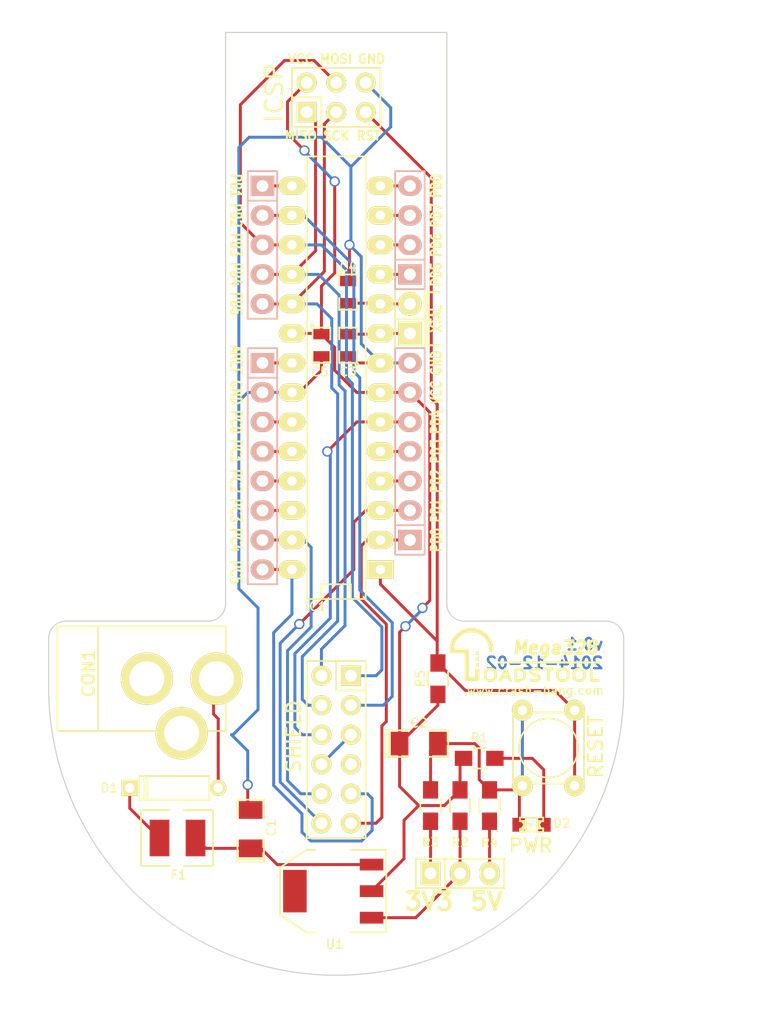
<source format=kicad_pcb>
(kicad_pcb (version 4) (host pcbnew "(2014-10-27 BZR 5228)-product")

  (general
    (links 78)
    (no_connects 5)
    (area 179.324 44.958 246.507001 133.096001)
    (thickness 1.6)
    (drawings 52)
    (tracks 238)
    (zones 0)
    (modules 26)
    (nets 34)
  )

  (page A4)
  (layers
    (0 F.Cu signal)
    (31 B.Cu signal)
    (32 B.Adhes user)
    (33 F.Adhes user)
    (34 B.Paste user)
    (35 F.Paste user)
    (36 B.SilkS user)
    (37 F.SilkS user)
    (38 B.Mask user)
    (39 F.Mask user)
    (40 Dwgs.User user)
    (41 Cmts.User user)
    (42 Eco1.User user)
    (43 Eco2.User user)
    (44 Edge.Cuts user)
    (45 Margin user)
    (46 B.CrtYd user)
    (47 F.CrtYd user)
    (48 B.Fab user)
    (49 F.Fab user)
  )

  (setup
    (last_trace_width 0.254)
    (trace_clearance 0.254)
    (zone_clearance 0.508)
    (zone_45_only no)
    (trace_min 0.254)
    (segment_width 0.2)
    (edge_width 0.1)
    (via_size 0.889)
    (via_drill 0.635)
    (via_min_size 0.889)
    (via_min_drill 0.508)
    (uvia_size 0.508)
    (uvia_drill 0.127)
    (uvias_allowed no)
    (uvia_min_size 0.508)
    (uvia_min_drill 0.127)
    (pcb_text_width 0.3)
    (pcb_text_size 1.5 1.5)
    (mod_edge_width 0.1)
    (mod_text_size 1 1)
    (mod_text_width 0.15)
    (pad_size 1.5 1.5)
    (pad_drill 0.6)
    (pad_to_mask_clearance 0)
    (aux_axis_origin 0 0)
    (visible_elements 7FFFFFFF)
    (pcbplotparams
      (layerselection 0x010e0_80000001)
      (usegerberextensions true)
      (excludeedgelayer true)
      (linewidth 0.100000)
      (plotframeref false)
      (viasonmask false)
      (mode 1)
      (useauxorigin false)
      (hpglpennumber 1)
      (hpglpenspeed 20)
      (hpglpendiameter 15)
      (hpglpenoverlay 2)
      (psnegative false)
      (psa4output false)
      (plotreference true)
      (plotvalue true)
      (plotinvisibletext false)
      (padsonsilk false)
      (subtractmaskfromsilk false)
      (outputformat 1)
      (mirror false)
      (drillshape 0)
      (scaleselection 1)
      (outputdirectory Gerber/))
  )

  (net 0 "")
  (net 1 "Net-(C1-Pad1)")
  (net 2 GND)
  (net 3 VCC)
  (net 4 /XTAL1)
  (net 5 /XTAL2)
  (net 6 "Net-(CON1-Pad1)")
  (net 7 "Net-(D1-Pad2)")
  (net 8 "Net-(D2-Pad1)")
  (net 9 /PD0)
  (net 10 /PD1)
  (net 11 /PD2)
  (net 12 /PD3)
  (net 13 /PD4)
  (net 14 /PD5)
  (net 15 /PD6)
  (net 16 /PD7)
  (net 17 /PB0)
  (net 18 /RST)
  (net 19 /PB1)
  (net 20 /PB2)
  (net 21 /PB3)
  (net 22 /PB4)
  (net 23 /PB5)
  (net 24 /AREF)
  (net 25 /PC0)
  (net 26 /PC1)
  (net 27 /PC2)
  (net 28 /PC3)
  (net 29 /PC4)
  (net 30 /PC5)
  (net 31 "Net-(K2-Pad1)")
  (net 32 "Net-(K2-Pad2)")
  (net 33 "Net-(K2-Pad3)")

  (net_class Default "This is the default net class."
    (clearance 0.254)
    (trace_width 0.254)
    (via_dia 0.889)
    (via_drill 0.635)
    (uvia_dia 0.508)
    (uvia_drill 0.127)
    (add_net /AREF)
    (add_net /PB0)
    (add_net /PB1)
    (add_net /PB2)
    (add_net /PB3)
    (add_net /PB4)
    (add_net /PB5)
    (add_net /PC0)
    (add_net /PC1)
    (add_net /PC2)
    (add_net /PC3)
    (add_net /PC4)
    (add_net /PC5)
    (add_net /PD0)
    (add_net /PD1)
    (add_net /PD2)
    (add_net /PD3)
    (add_net /PD4)
    (add_net /PD5)
    (add_net /PD6)
    (add_net /PD7)
    (add_net /RST)
    (add_net /XTAL1)
    (add_net /XTAL2)
    (add_net GND)
    (add_net "Net-(C1-Pad1)")
    (add_net "Net-(CON1-Pad1)")
    (add_net "Net-(D1-Pad2)")
    (add_net "Net-(D2-Pad1)")
    (add_net "Net-(K2-Pad1)")
    (add_net "Net-(K2-Pad2)")
    (add_net "Net-(K2-Pad3)")
    (add_net VCC)
  )

  (module SMD_Packages:SMD-1206_Pol (layer F.Cu) (tedit 547D38B5) (tstamp 54761205)
    (at 200.914 116.332 90)
    (path /546E36D5)
    (attr smd)
    (fp_text reference C1 (at 0.127 1.778 90) (layer F.SilkS)
      (effects (font (size 0.762 0.762) (thickness 0.127)))
    )
    (fp_text value 10uF (at 0 0 90) (layer F.SilkS) hide
      (effects (font (size 0.762 0.762) (thickness 0.127)))
    )
    (fp_line (start -2.54 -1.143) (end -2.794 -1.143) (layer F.SilkS) (width 0.15))
    (fp_line (start -2.794 -1.143) (end -2.794 1.143) (layer F.SilkS) (width 0.15))
    (fp_line (start -2.794 1.143) (end -2.54 1.143) (layer F.SilkS) (width 0.15))
    (fp_line (start -2.54 -1.143) (end -2.54 1.143) (layer F.SilkS) (width 0.15))
    (fp_line (start -2.54 1.143) (end -0.889 1.143) (layer F.SilkS) (width 0.15))
    (fp_line (start 0.889 -1.143) (end 2.54 -1.143) (layer F.SilkS) (width 0.15))
    (fp_line (start 2.54 -1.143) (end 2.54 1.143) (layer F.SilkS) (width 0.15))
    (fp_line (start 2.54 1.143) (end 0.889 1.143) (layer F.SilkS) (width 0.15))
    (fp_line (start -0.889 -1.143) (end -2.54 -1.143) (layer F.SilkS) (width 0.15))
    (pad 1 smd rect (at -1.651 0 90) (size 1.524 2.032) (layers F.Cu F.Paste F.Mask)
      (net 1 "Net-(C1-Pad1)"))
    (pad 2 smd rect (at 1.651 0 90) (size 1.524 2.032) (layers F.Cu F.Paste F.Mask)
      (net 2 GND))
    (model smd/chip_cms_pol.wrl
      (at (xyz 0 0 0))
      (scale (xyz 0.17 0.16 0.16))
      (rotate (xyz 0 0 0))
    )
  )

  (module SMD_Packages:SMD-1206_Pol (layer F.Cu) (tedit 547D3A8B) (tstamp 5476120B)
    (at 215.392 108.966)
    (path /546E3722)
    (attr smd)
    (fp_text reference C2 (at 0 -1.778) (layer F.SilkS)
      (effects (font (size 0.762 0.762) (thickness 0.127)))
    )
    (fp_text value 10uF (at 0 0) (layer F.SilkS) hide
      (effects (font (size 0.762 0.762) (thickness 0.127)))
    )
    (fp_line (start -2.54 -1.143) (end -2.794 -1.143) (layer F.SilkS) (width 0.15))
    (fp_line (start -2.794 -1.143) (end -2.794 1.143) (layer F.SilkS) (width 0.15))
    (fp_line (start -2.794 1.143) (end -2.54 1.143) (layer F.SilkS) (width 0.15))
    (fp_line (start -2.54 -1.143) (end -2.54 1.143) (layer F.SilkS) (width 0.15))
    (fp_line (start -2.54 1.143) (end -0.889 1.143) (layer F.SilkS) (width 0.15))
    (fp_line (start 0.889 -1.143) (end 2.54 -1.143) (layer F.SilkS) (width 0.15))
    (fp_line (start 2.54 -1.143) (end 2.54 1.143) (layer F.SilkS) (width 0.15))
    (fp_line (start 2.54 1.143) (end 0.889 1.143) (layer F.SilkS) (width 0.15))
    (fp_line (start -0.889 -1.143) (end -2.54 -1.143) (layer F.SilkS) (width 0.15))
    (pad 1 smd rect (at -1.651 0) (size 1.524 2.032) (layers F.Cu F.Paste F.Mask)
      (net 3 VCC))
    (pad 2 smd rect (at 1.651 0) (size 1.524 2.032) (layers F.Cu F.Paste F.Mask)
      (net 2 GND))
    (model smd/chip_cms_pol.wrl
      (at (xyz 0 0 0))
      (scale (xyz 0.17 0.16 0.16))
      (rotate (xyz 0 0 0))
    )
  )

  (module SMD_Packages:SMD-0805 (layer F.Cu) (tedit 547D3B8E) (tstamp 547AF163)
    (at 209.296 74.676 90)
    (path /54740D95)
    (attr smd)
    (fp_text reference C3 (at -2.286 0 180) (layer F.SilkS)
      (effects (font (size 0.762 0.762) (thickness 0.127)))
    )
    (fp_text value 22pF (at 0 0.381 90) (layer F.SilkS) hide
      (effects (font (size 0.50038 0.50038) (thickness 0.10922)))
    )
    (fp_circle (center -1.651 0.762) (end -1.651 0.635) (layer F.SilkS) (width 0.15))
    (fp_line (start -0.508 0.762) (end -1.524 0.762) (layer F.SilkS) (width 0.15))
    (fp_line (start -1.524 0.762) (end -1.524 -0.762) (layer F.SilkS) (width 0.15))
    (fp_line (start -1.524 -0.762) (end -0.508 -0.762) (layer F.SilkS) (width 0.15))
    (fp_line (start 0.508 -0.762) (end 1.524 -0.762) (layer F.SilkS) (width 0.15))
    (fp_line (start 1.524 -0.762) (end 1.524 0.762) (layer F.SilkS) (width 0.15))
    (fp_line (start 1.524 0.762) (end 0.508 0.762) (layer F.SilkS) (width 0.15))
    (pad 1 smd rect (at -0.9525 0 90) (size 0.889 1.397) (layers F.Cu F.Paste F.Mask)
      (net 2 GND))
    (pad 2 smd rect (at 0.9525 0 90) (size 0.889 1.397) (layers F.Cu F.Paste F.Mask)
      (net 4 /XTAL1))
    (model smd/chip_cms.wrl
      (at (xyz 0 0 0))
      (scale (xyz 0.1 0.1 0.1))
      (rotate (xyz 0 0 0))
    )
  )

  (module SMD_Packages:SMD-0805 (layer F.Cu) (tedit 547D3BA8) (tstamp 54761217)
    (at 209.296 70.104 270)
    (path /54740BFB)
    (attr smd)
    (fp_text reference C4 (at -2.159 0 360) (layer F.SilkS)
      (effects (font (size 0.762 0.762) (thickness 0.127)))
    )
    (fp_text value 22pF (at 0 0.381 270) (layer F.SilkS) hide
      (effects (font (size 0.50038 0.50038) (thickness 0.10922)))
    )
    (fp_circle (center -1.651 0.762) (end -1.651 0.635) (layer F.SilkS) (width 0.15))
    (fp_line (start -0.508 0.762) (end -1.524 0.762) (layer F.SilkS) (width 0.15))
    (fp_line (start -1.524 0.762) (end -1.524 -0.762) (layer F.SilkS) (width 0.15))
    (fp_line (start -1.524 -0.762) (end -0.508 -0.762) (layer F.SilkS) (width 0.15))
    (fp_line (start 0.508 -0.762) (end 1.524 -0.762) (layer F.SilkS) (width 0.15))
    (fp_line (start 1.524 -0.762) (end 1.524 0.762) (layer F.SilkS) (width 0.15))
    (fp_line (start 1.524 0.762) (end 0.508 0.762) (layer F.SilkS) (width 0.15))
    (pad 1 smd rect (at -0.9525 0 270) (size 0.889 1.397) (layers F.Cu F.Paste F.Mask)
      (net 2 GND))
    (pad 2 smd rect (at 0.9525 0 270) (size 0.889 1.397) (layers F.Cu F.Paste F.Mask)
      (net 5 /XTAL2))
    (model smd/chip_cms.wrl
      (at (xyz 0 0 0))
      (scale (xyz 0.1 0.1 0.1))
      (rotate (xyz 0 0 0))
    )
  )

  (module SMD_Packages:SMD-0805 (layer F.Cu) (tedit 547D3B9B) (tstamp 5476121D)
    (at 207.01 74.676 270)
    (path /5470DE88)
    (attr smd)
    (fp_text reference C5 (at 2.286 0.127 540) (layer F.SilkS)
      (effects (font (size 0.762 0.762) (thickness 0.127)))
    )
    (fp_text value 100nF (at 0 0.381 270) (layer F.SilkS) hide
      (effects (font (size 0.50038 0.50038) (thickness 0.10922)))
    )
    (fp_circle (center -1.651 0.762) (end -1.651 0.635) (layer F.SilkS) (width 0.15))
    (fp_line (start -0.508 0.762) (end -1.524 0.762) (layer F.SilkS) (width 0.15))
    (fp_line (start -1.524 0.762) (end -1.524 -0.762) (layer F.SilkS) (width 0.15))
    (fp_line (start -1.524 -0.762) (end -0.508 -0.762) (layer F.SilkS) (width 0.15))
    (fp_line (start 0.508 -0.762) (end 1.524 -0.762) (layer F.SilkS) (width 0.15))
    (fp_line (start 1.524 -0.762) (end 1.524 0.762) (layer F.SilkS) (width 0.15))
    (fp_line (start 1.524 0.762) (end 0.508 0.762) (layer F.SilkS) (width 0.15))
    (pad 1 smd rect (at -0.9525 0 270) (size 0.889 1.397) (layers F.Cu F.Paste F.Mask)
      (net 3 VCC))
    (pad 2 smd rect (at 0.9525 0 270) (size 0.889 1.397) (layers F.Cu F.Paste F.Mask)
      (net 2 GND))
    (model smd/chip_cms.wrl
      (at (xyz 0 0 0))
      (scale (xyz 0.1 0.1 0.1))
      (rotate (xyz 0 0 0))
    )
  )

  (module Discret:D3 (layer F.Cu) (tedit 547D38D0) (tstamp 5476122A)
    (at 194.31 112.776 180)
    (descr "Diode 3 pas")
    (tags "DIODE DEV")
    (path /546E3491)
    (fp_text reference D1 (at 5.588 0 180) (layer F.SilkS)
      (effects (font (size 0.762 0.762) (thickness 0.127)))
    )
    (fp_text value DIODE (at 0 0 180) (layer F.SilkS) hide
      (effects (font (size 1.016 1.016) (thickness 0.2032)))
    )
    (fp_line (start 3.81 0) (end 3.048 0) (layer F.SilkS) (width 0.15))
    (fp_line (start 3.048 0) (end 3.048 -1.016) (layer F.SilkS) (width 0.15))
    (fp_line (start 3.048 -1.016) (end -3.048 -1.016) (layer F.SilkS) (width 0.15))
    (fp_line (start -3.048 -1.016) (end -3.048 0) (layer F.SilkS) (width 0.15))
    (fp_line (start -3.048 0) (end -3.81 0) (layer F.SilkS) (width 0.15))
    (fp_line (start -3.048 0) (end -3.048 1.016) (layer F.SilkS) (width 0.15))
    (fp_line (start -3.048 1.016) (end 3.048 1.016) (layer F.SilkS) (width 0.15))
    (fp_line (start 3.048 1.016) (end 3.048 0) (layer F.SilkS) (width 0.15))
    (fp_line (start 2.54 -1.016) (end 2.54 1.016) (layer F.SilkS) (width 0.15))
    (fp_line (start 2.286 1.016) (end 2.286 -1.016) (layer F.SilkS) (width 0.15))
    (pad 2 thru_hole rect (at 3.81 0 180) (size 1.397 1.397) (drill 0.8128) (layers *.Cu *.Mask F.SilkS)
      (net 7 "Net-(D1-Pad2)"))
    (pad 1 thru_hole circle (at -3.81 0 180) (size 1.397 1.397) (drill 0.8128) (layers *.Cu *.Mask F.SilkS)
      (net 6 "Net-(CON1-Pad1)"))
    (model discret/diode.wrl
      (at (xyz 0 0 0))
      (scale (xyz 0.3 0.3 0.3))
      (rotate (xyz 0 0 0))
    )
  )

  (module LEDs:LED-0805 (layer F.Cu) (tedit 547E059F) (tstamp 54761230)
    (at 225.1075 115.951 180)
    (descr "LED 0805 smd package")
    (tags "LED 0805 SMD")
    (path /546E3CA7)
    (attr smd)
    (fp_text reference D2 (at -2.6035 0.127 180) (layer F.SilkS)
      (effects (font (size 0.762 0.762) (thickness 0.127)))
    )
    (fp_text value PWR (at 0.0635 -1.778 180) (layer F.SilkS)
      (effects (font (size 1.2 1.2) (thickness 0.2)))
    )
    (fp_line (start 0.49784 0.29972) (end 0.49784 0.62484) (layer F.SilkS) (width 0.15))
    (fp_line (start 0.49784 0.62484) (end 0.99822 0.62484) (layer F.SilkS) (width 0.15))
    (fp_line (start 0.99822 0.29972) (end 0.99822 0.62484) (layer F.SilkS) (width 0.15))
    (fp_line (start 0.49784 0.29972) (end 0.99822 0.29972) (layer F.SilkS) (width 0.15))
    (fp_line (start 0.49784 -0.32258) (end 0.49784 -0.17272) (layer F.SilkS) (width 0.15))
    (fp_line (start 0.49784 -0.17272) (end 0.7493 -0.17272) (layer F.SilkS) (width 0.15))
    (fp_line (start 0.7493 -0.32258) (end 0.7493 -0.17272) (layer F.SilkS) (width 0.15))
    (fp_line (start 0.49784 -0.32258) (end 0.7493 -0.32258) (layer F.SilkS) (width 0.15))
    (fp_line (start 0.49784 0.17272) (end 0.49784 0.32258) (layer F.SilkS) (width 0.15))
    (fp_line (start 0.49784 0.32258) (end 0.7493 0.32258) (layer F.SilkS) (width 0.15))
    (fp_line (start 0.7493 0.17272) (end 0.7493 0.32258) (layer F.SilkS) (width 0.15))
    (fp_line (start 0.49784 0.17272) (end 0.7493 0.17272) (layer F.SilkS) (width 0.15))
    (fp_line (start 0.49784 -0.19812) (end 0.49784 0.19812) (layer F.SilkS) (width 0.15))
    (fp_line (start 0.49784 0.19812) (end 0.6731 0.19812) (layer F.SilkS) (width 0.15))
    (fp_line (start 0.6731 -0.19812) (end 0.6731 0.19812) (layer F.SilkS) (width 0.15))
    (fp_line (start 0.49784 -0.19812) (end 0.6731 -0.19812) (layer F.SilkS) (width 0.15))
    (fp_line (start -0.99822 0.29972) (end -0.99822 0.62484) (layer F.SilkS) (width 0.15))
    (fp_line (start -0.99822 0.62484) (end -0.49784 0.62484) (layer F.SilkS) (width 0.15))
    (fp_line (start -0.49784 0.29972) (end -0.49784 0.62484) (layer F.SilkS) (width 0.15))
    (fp_line (start -0.99822 0.29972) (end -0.49784 0.29972) (layer F.SilkS) (width 0.15))
    (fp_line (start -0.99822 -0.62484) (end -0.99822 -0.29972) (layer F.SilkS) (width 0.15))
    (fp_line (start -0.99822 -0.29972) (end -0.49784 -0.29972) (layer F.SilkS) (width 0.15))
    (fp_line (start -0.49784 -0.62484) (end -0.49784 -0.29972) (layer F.SilkS) (width 0.15))
    (fp_line (start -0.99822 -0.62484) (end -0.49784 -0.62484) (layer F.SilkS) (width 0.15))
    (fp_line (start -0.7493 0.17272) (end -0.7493 0.32258) (layer F.SilkS) (width 0.15))
    (fp_line (start -0.7493 0.32258) (end -0.49784 0.32258) (layer F.SilkS) (width 0.15))
    (fp_line (start -0.49784 0.17272) (end -0.49784 0.32258) (layer F.SilkS) (width 0.15))
    (fp_line (start -0.7493 0.17272) (end -0.49784 0.17272) (layer F.SilkS) (width 0.15))
    (fp_line (start -0.7493 -0.32258) (end -0.7493 -0.17272) (layer F.SilkS) (width 0.15))
    (fp_line (start -0.7493 -0.17272) (end -0.49784 -0.17272) (layer F.SilkS) (width 0.15))
    (fp_line (start -0.49784 -0.32258) (end -0.49784 -0.17272) (layer F.SilkS) (width 0.15))
    (fp_line (start -0.7493 -0.32258) (end -0.49784 -0.32258) (layer F.SilkS) (width 0.15))
    (fp_line (start -0.6731 -0.19812) (end -0.6731 0.19812) (layer F.SilkS) (width 0.15))
    (fp_line (start -0.6731 0.19812) (end -0.49784 0.19812) (layer F.SilkS) (width 0.15))
    (fp_line (start -0.49784 -0.19812) (end -0.49784 0.19812) (layer F.SilkS) (width 0.15))
    (fp_line (start -0.6731 -0.19812) (end -0.49784 -0.19812) (layer F.SilkS) (width 0.15))
    (fp_line (start 0 -0.09906) (end 0 0.09906) (layer F.SilkS) (width 0.15))
    (fp_line (start 0 0.09906) (end 0.19812 0.09906) (layer F.SilkS) (width 0.15))
    (fp_line (start 0.19812 -0.09906) (end 0.19812 0.09906) (layer F.SilkS) (width 0.15))
    (fp_line (start 0 -0.09906) (end 0.19812 -0.09906) (layer F.SilkS) (width 0.15))
    (fp_line (start 0.49784 -0.59944) (end 0.49784 -0.29972) (layer F.SilkS) (width 0.15))
    (fp_line (start 0.49784 -0.29972) (end 0.79756 -0.29972) (layer F.SilkS) (width 0.15))
    (fp_line (start 0.79756 -0.59944) (end 0.79756 -0.29972) (layer F.SilkS) (width 0.15))
    (fp_line (start 0.49784 -0.59944) (end 0.79756 -0.59944) (layer F.SilkS) (width 0.15))
    (fp_line (start 0.92456 -0.62484) (end 0.92456 -0.39878) (layer F.SilkS) (width 0.15))
    (fp_line (start 0.92456 -0.39878) (end 0.99822 -0.39878) (layer F.SilkS) (width 0.15))
    (fp_line (start 0.99822 -0.62484) (end 0.99822 -0.39878) (layer F.SilkS) (width 0.15))
    (fp_line (start 0.92456 -0.62484) (end 0.99822 -0.62484) (layer F.SilkS) (width 0.15))
    (fp_line (start 0.52324 0.57404) (end -0.52324 0.57404) (layer F.SilkS) (width 0.15))
    (fp_line (start -0.49784 -0.57404) (end 0.92456 -0.57404) (layer F.SilkS) (width 0.15))
    (fp_circle (center 0.84836 -0.44958) (end 0.89916 -0.50038) (layer F.SilkS) (width 0.15))
    (fp_arc (start 0.99822 0) (end 0.99822 0.34798) (angle 180) (layer F.SilkS) (width 0.15))
    (fp_arc (start -0.99822 0) (end -0.99822 -0.34798) (angle 180) (layer F.SilkS) (width 0.15))
    (pad 1 smd rect (at -1.04902 0 180) (size 1.19888 1.19888) (layers F.Cu F.Paste F.Mask)
      (net 8 "Net-(D2-Pad1)"))
    (pad 2 smd rect (at 1.04902 0 180) (size 1.19888 1.19888) (layers F.Cu F.Paste F.Mask)
      (net 2 GND))
  )

  (module toadstool:MiniSMDPTC-4532 (layer F.Cu) (tedit 547D38A9) (tstamp 5476123C)
    (at 194.564 117.094 180)
    (path /546E3600)
    (fp_text reference F1 (at -0.127 -3.175 180) (layer F.SilkS)
      (effects (font (size 0.762 0.762) (thickness 0.127)))
    )
    (fp_text value 750mA (at -1.27 -3.937 180) (layer F.SilkS) hide
      (effects (font (size 1.5 1.5) (thickness 0.15)))
    )
    (fp_line (start 0.6 -2.4) (end 3.1 -2.4) (layer F.SilkS) (width 0.15))
    (fp_line (start 3.1 -2.4) (end 3.1 2.4) (layer F.SilkS) (width 0.15))
    (fp_line (start 3.1 2.4) (end 0.6 2.4) (layer F.SilkS) (width 0.15))
    (fp_line (start -0.6 -2.4) (end -3.1 -2.4) (layer F.SilkS) (width 0.15))
    (fp_line (start -3.1 -2.4) (end -3.1 2.4) (layer F.SilkS) (width 0.15))
    (fp_line (start -3.1 2.4) (end -0.6 2.4) (layer F.SilkS) (width 0.15))
    (pad 1 smd rect (at -1.6 0 180) (size 1.7 3.15) (layers F.Cu F.Paste F.Mask)
      (net 1 "Net-(C1-Pad1)"))
    (pad 2 smd rect (at 1.5 0 180) (size 1.7 3.15) (layers F.Cu F.Paste F.Mask)
      (net 7 "Net-(D1-Pad2)"))
  )

  (module Sockets_DIP:DIP-28__300_ELL (layer F.Cu) (tedit 547DFE1B) (tstamp 547E06FE)
    (at 208.28 77.47 90)
    (descr "28 pins DIL package, elliptical pads, width 300mil")
    (tags DIL)
    (path /546E32A6)
    (fp_text reference IC1 (at -19.685 -1.778 180) (layer F.SilkS)
      (effects (font (size 0.762 0.762) (thickness 0.127)))
    )
    (fp_text value ATMEGA328P-P (at -3.048 12.954 90) (layer F.SilkS) hide
      (effects (font (size 1.524 1.143) (thickness 0.28575)))
    )
    (fp_line (start -19.05 -2.54) (end 19.05 -2.54) (layer F.SilkS) (width 0.15))
    (fp_line (start 19.05 -2.54) (end 19.05 2.54) (layer F.SilkS) (width 0.15))
    (fp_line (start 19.05 2.54) (end -19.05 2.54) (layer F.SilkS) (width 0.15))
    (fp_line (start -19.05 2.54) (end -19.05 -2.54) (layer F.SilkS) (width 0.15))
    (fp_line (start -19.05 -1.27) (end -17.78 -1.27) (layer F.SilkS) (width 0.15))
    (fp_line (start -17.78 -1.27) (end -17.78 1.27) (layer F.SilkS) (width 0.15))
    (fp_line (start -17.78 1.27) (end -19.05 1.27) (layer F.SilkS) (width 0.15))
    (pad 2 thru_hole oval (at -13.97 3.81 90) (size 1.5748 2.286) (drill 0.8128) (layers *.Cu *.Mask F.SilkS)
      (net 9 /PD0))
    (pad 3 thru_hole oval (at -11.43 3.81 90) (size 1.5748 2.286) (drill 0.8128) (layers *.Cu *.Mask F.SilkS)
      (net 10 /PD1))
    (pad 4 thru_hole oval (at -8.89 3.81 90) (size 1.5748 2.286) (drill 0.8128) (layers *.Cu *.Mask F.SilkS)
      (net 11 /PD2))
    (pad 5 thru_hole oval (at -6.35 3.81 90) (size 1.5748 2.286) (drill 0.8128) (layers *.Cu *.Mask F.SilkS)
      (net 12 /PD3))
    (pad 6 thru_hole oval (at -3.81 3.81 90) (size 1.5748 2.286) (drill 0.8128) (layers *.Cu *.Mask F.SilkS)
      (net 13 /PD4))
    (pad 7 thru_hole oval (at -1.27 3.81 90) (size 1.5748 2.286) (drill 0.8128) (layers *.Cu *.Mask F.SilkS)
      (net 3 VCC))
    (pad 8 thru_hole oval (at 1.27 3.81 90) (size 1.5748 2.286) (drill 0.8128) (layers *.Cu *.Mask F.SilkS)
      (net 2 GND))
    (pad 9 thru_hole oval (at 3.81 3.81 90) (size 1.5748 2.286) (drill 0.8128) (layers *.Cu *.Mask F.SilkS)
      (net 4 /XTAL1))
    (pad 10 thru_hole oval (at 6.35 3.81 90) (size 1.5748 2.286) (drill 0.8128) (layers *.Cu *.Mask F.SilkS)
      (net 5 /XTAL2))
    (pad 11 thru_hole oval (at 8.89 3.81 90) (size 1.5748 2.286) (drill 0.8128) (layers *.Cu *.Mask F.SilkS)
      (net 14 /PD5))
    (pad 12 thru_hole oval (at 11.43 3.81 90) (size 1.5748 2.286) (drill 0.8128) (layers *.Cu *.Mask F.SilkS)
      (net 15 /PD6))
    (pad 13 thru_hole oval (at 13.97 3.81 90) (size 1.5748 2.286) (drill 0.8128) (layers *.Cu *.Mask F.SilkS)
      (net 16 /PD7))
    (pad 14 thru_hole oval (at 16.51 3.81 90) (size 1.5748 2.286) (drill 0.8128) (layers *.Cu *.Mask F.SilkS)
      (net 17 /PB0))
    (pad 1 thru_hole rect (at -16.51 3.81 90) (size 1.5748 2.286) (drill 0.8128) (layers *.Cu *.Mask F.SilkS)
      (net 18 /RST))
    (pad 15 thru_hole oval (at 16.51 -3.81 90) (size 1.5748 2.286) (drill 0.8128) (layers *.Cu *.Mask F.SilkS)
      (net 19 /PB1))
    (pad 16 thru_hole oval (at 13.97 -3.81 90) (size 1.5748 2.286) (drill 0.8128) (layers *.Cu *.Mask F.SilkS)
      (net 20 /PB2))
    (pad 17 thru_hole oval (at 11.43 -3.81 90) (size 1.5748 2.286) (drill 0.8128) (layers *.Cu *.Mask F.SilkS)
      (net 21 /PB3))
    (pad 18 thru_hole oval (at 8.89 -3.81 90) (size 1.5748 2.286) (drill 0.8128) (layers *.Cu *.Mask F.SilkS)
      (net 22 /PB4))
    (pad 19 thru_hole oval (at 6.35 -3.81 90) (size 1.5748 2.286) (drill 0.8128) (layers *.Cu *.Mask F.SilkS)
      (net 23 /PB5))
    (pad 20 thru_hole oval (at 3.81 -3.81 90) (size 1.5748 2.286) (drill 0.8128) (layers *.Cu *.Mask F.SilkS)
      (net 3 VCC))
    (pad 21 thru_hole oval (at 1.27 -3.81 90) (size 1.5748 2.286) (drill 0.8128) (layers *.Cu *.Mask F.SilkS)
      (net 24 /AREF))
    (pad 22 thru_hole oval (at -1.27 -3.81 90) (size 1.5748 2.286) (drill 0.8128) (layers *.Cu *.Mask F.SilkS)
      (net 2 GND))
    (pad 23 thru_hole oval (at -3.81 -3.81 90) (size 1.5748 2.286) (drill 0.8128) (layers *.Cu *.Mask F.SilkS)
      (net 25 /PC0))
    (pad 24 thru_hole oval (at -6.35 -3.81 90) (size 1.5748 2.286) (drill 0.8128) (layers *.Cu *.Mask F.SilkS)
      (net 26 /PC1))
    (pad 25 thru_hole oval (at -8.89 -3.81 90) (size 1.5748 2.286) (drill 0.8128) (layers *.Cu *.Mask F.SilkS)
      (net 27 /PC2))
    (pad 26 thru_hole oval (at -11.43 -3.81 90) (size 1.5748 2.286) (drill 0.8128) (layers *.Cu *.Mask F.SilkS)
      (net 28 /PC3))
    (pad 27 thru_hole oval (at -13.97 -3.81 90) (size 1.5748 2.286) (drill 0.8128) (layers *.Cu *.Mask F.SilkS)
      (net 29 /PC4))
    (pad 28 thru_hole oval (at -16.51 -3.81 90) (size 1.5748 2.286) (drill 0.8128) (layers *.Cu *.Mask F.SilkS)
      (net 30 /PC5))
    (model dil/dil_28-w300.wrl
      (at (xyz 0 0 0))
      (scale (xyz 1 1 1))
      (rotate (xyz 0 0 0))
    )
  )

  (module Pin_Headers:Pin_Header_Straight_1x03 (layer F.Cu) (tedit 547D339B) (tstamp 54761273)
    (at 218.948 120.142)
    (descr "Through hole pin header")
    (tags "pin header")
    (path /546E3889)
    (fp_text reference K2 (at 0 -2.286) (layer F.SilkS) hide
      (effects (font (size 1.27 1.27) (thickness 0.2032)))
    )
    (fp_text value V-SELECT (at 0 0) (layer F.SilkS) hide
      (effects (font (size 1.27 1.27) (thickness 0.2032)))
    )
    (fp_line (start -1.27 1.27) (end 3.81 1.27) (layer F.SilkS) (width 0.15))
    (fp_line (start 3.81 1.27) (end 3.81 -1.27) (layer F.SilkS) (width 0.15))
    (fp_line (start 3.81 -1.27) (end -1.27 -1.27) (layer F.SilkS) (width 0.15))
    (fp_line (start -3.81 -1.27) (end -1.27 -1.27) (layer F.SilkS) (width 0.15))
    (fp_line (start -1.27 -1.27) (end -1.27 1.27) (layer F.SilkS) (width 0.15))
    (fp_line (start -3.81 -1.27) (end -3.81 1.27) (layer F.SilkS) (width 0.15))
    (fp_line (start -3.81 1.27) (end -1.27 1.27) (layer F.SilkS) (width 0.15))
    (pad 1 thru_hole rect (at -2.54 0) (size 1.7272 2.032) (drill 1.016) (layers *.Cu *.Mask F.SilkS)
      (net 31 "Net-(K2-Pad1)"))
    (pad 2 thru_hole oval (at 0 0) (size 1.7272 2.032) (drill 1.016) (layers *.Cu *.Mask F.SilkS)
      (net 32 "Net-(K2-Pad2)"))
    (pad 3 thru_hole oval (at 2.54 0) (size 1.7272 2.032) (drill 1.016) (layers *.Cu *.Mask F.SilkS)
      (net 33 "Net-(K2-Pad3)"))
    (model Pin_Headers/Pin_Header_Straight_1x03.wrl
      (at (xyz 0 0 0))
      (scale (xyz 1 1 1))
      (rotate (xyz 0 0 0))
    )
  )

  (module Pin_Headers:Pin_Header_Straight_2x03 (layer F.Cu) (tedit 547E057B) (tstamp 54761283)
    (at 208.28 53.34)
    (descr "Through hole pin header")
    (tags "pin header")
    (path /546E33FC)
    (fp_text reference K4 (at 5.461 -1.905) (layer F.SilkS) hide
      (effects (font (size 1.27 1.27) (thickness 0.2032)))
    )
    (fp_text value ICSP (at -5.334 -0.381 90) (layer F.SilkS)
      (effects (font (size 1.5 1.5) (thickness 0.2)))
    )
    (fp_line (start -3.81 0) (end -1.27 0) (layer F.SilkS) (width 0.15))
    (fp_line (start -1.27 0) (end -1.27 2.54) (layer F.SilkS) (width 0.15))
    (fp_line (start -3.81 2.54) (end 3.81 2.54) (layer F.SilkS) (width 0.15))
    (fp_line (start 3.81 2.54) (end 3.81 -2.54) (layer F.SilkS) (width 0.15))
    (fp_line (start 3.81 -2.54) (end -1.27 -2.54) (layer F.SilkS) (width 0.15))
    (fp_line (start -3.81 2.54) (end -3.81 0) (layer F.SilkS) (width 0.15))
    (fp_line (start -3.81 -2.54) (end -3.81 0) (layer F.SilkS) (width 0.15))
    (fp_line (start -1.27 -2.54) (end -3.81 -2.54) (layer F.SilkS) (width 0.15))
    (pad 1 thru_hole rect (at -2.54 1.27) (size 1.7272 1.7272) (drill 1.016) (layers *.Cu *.Mask F.SilkS)
      (net 22 /PB4))
    (pad 2 thru_hole oval (at -2.54 -1.27) (size 1.7272 1.7272) (drill 1.016) (layers *.Cu *.Mask F.SilkS)
      (net 3 VCC))
    (pad 3 thru_hole oval (at 0 1.27) (size 1.7272 1.7272) (drill 1.016) (layers *.Cu *.Mask F.SilkS)
      (net 23 /PB5))
    (pad 4 thru_hole oval (at 0 -1.27) (size 1.7272 1.7272) (drill 1.016) (layers *.Cu *.Mask F.SilkS)
      (net 21 /PB3))
    (pad 5 thru_hole oval (at 2.54 1.27) (size 1.7272 1.7272) (drill 1.016) (layers *.Cu *.Mask F.SilkS)
      (net 18 /RST))
    (pad 6 thru_hole oval (at 2.54 -1.27) (size 1.7272 1.7272) (drill 1.016) (layers *.Cu *.Mask F.SilkS)
      (net 2 GND))
    (model Pin_Headers/Pin_Header_Straight_2x03.wrl
      (at (xyz 0 0 0))
      (scale (xyz 1 1 1))
      (rotate (xyz 0 0 0))
    )
  )

  (module Pin_Headers:Pin_Header_Straight_1x07 (layer B.Cu) (tedit 547D5527) (tstamp 5476128E)
    (at 214.63 83.82 90)
    (descr "Through hole pin header")
    (tags "pin header")
    (path /54721DBB)
    (fp_text reference K5 (at 0 2.286 90) (layer B.SilkS) hide
      (effects (font (size 1.27 1.27) (thickness 0.2032)) (justify mirror))
    )
    (fp_text value "PIN 2-8" (at 0 0 90) (layer B.SilkS) hide
      (effects (font (size 1.27 1.27) (thickness 0.2032)) (justify mirror))
    )
    (fp_line (start -6.35 1.27) (end 8.89 1.27) (layer B.SilkS) (width 0.15))
    (fp_line (start 8.89 1.27) (end 8.89 -1.27) (layer B.SilkS) (width 0.15))
    (fp_line (start 8.89 -1.27) (end -6.35 -1.27) (layer B.SilkS) (width 0.15))
    (fp_line (start -8.89 1.27) (end -6.35 1.27) (layer B.SilkS) (width 0.15))
    (fp_line (start -6.35 1.27) (end -6.35 -1.27) (layer B.SilkS) (width 0.15))
    (fp_line (start -8.89 1.27) (end -8.89 -1.27) (layer B.SilkS) (width 0.15))
    (fp_line (start -8.89 -1.27) (end -6.35 -1.27) (layer B.SilkS) (width 0.15))
    (pad 1 thru_hole rect (at -7.62 0 90) (size 1.7272 2.032) (drill 1.016) (layers *.Cu *.Mask B.SilkS)
      (net 9 /PD0))
    (pad 2 thru_hole oval (at -5.08 0 90) (size 1.7272 2.032) (drill 1.016) (layers *.Cu *.Mask B.SilkS)
      (net 10 /PD1))
    (pad 3 thru_hole oval (at -2.54 0 90) (size 1.7272 2.032) (drill 1.016) (layers *.Cu *.Mask B.SilkS)
      (net 11 /PD2))
    (pad 4 thru_hole oval (at 0 0 90) (size 1.7272 2.032) (drill 1.016) (layers *.Cu *.Mask B.SilkS)
      (net 12 /PD3))
    (pad 5 thru_hole oval (at 2.54 0 90) (size 1.7272 2.032) (drill 1.016) (layers *.Cu *.Mask B.SilkS)
      (net 13 /PD4))
    (pad 6 thru_hole oval (at 5.08 0 90) (size 1.7272 2.032) (drill 1.016) (layers *.Cu *.Mask B.SilkS)
      (net 3 VCC))
    (pad 7 thru_hole oval (at 7.62 0 90) (size 1.7272 2.032) (drill 1.016) (layers *.Cu *.Mask B.SilkS)
      (net 2 GND))
    (model Pin_Headers/Pin_Header_Straight_1x07.wrl
      (at (xyz 0 0 0))
      (scale (xyz 1 1 1))
      (rotate (xyz 0 0 0))
    )
  )

  (module Pin_Headers:Pin_Header_Straight_1x08 (layer B.Cu) (tedit 547D3BD0) (tstamp 547E0750)
    (at 201.93 85.09 270)
    (descr "Through hole pin header")
    (tags "pin header")
    (path /54721EFE)
    (fp_text reference K6 (at 0 2.286 270) (layer B.SilkS) hide
      (effects (font (size 1.27 1.27) (thickness 0.2032)) (justify mirror))
    )
    (fp_text value "PIN 21-28" (at 0 0 270) (layer B.SilkS) hide
      (effects (font (size 1.27 1.27) (thickness 0.2032)) (justify mirror))
    )
    (fp_line (start -7.62 1.27) (end 10.16 1.27) (layer B.SilkS) (width 0.15))
    (fp_line (start 10.16 1.27) (end 10.16 -1.27) (layer B.SilkS) (width 0.15))
    (fp_line (start 10.16 -1.27) (end -7.62 -1.27) (layer B.SilkS) (width 0.15))
    (fp_line (start -10.16 1.27) (end -7.62 1.27) (layer B.SilkS) (width 0.15))
    (fp_line (start -7.62 1.27) (end -7.62 -1.27) (layer B.SilkS) (width 0.15))
    (fp_line (start -10.16 1.27) (end -10.16 -1.27) (layer B.SilkS) (width 0.15))
    (fp_line (start -10.16 -1.27) (end -7.62 -1.27) (layer B.SilkS) (width 0.15))
    (pad 1 thru_hole rect (at -8.89 0 270) (size 1.7272 2.032) (drill 1.016) (layers *.Cu *.Mask B.SilkS)
      (net 24 /AREF))
    (pad 2 thru_hole oval (at -6.35 0 270) (size 1.7272 2.032) (drill 1.016) (layers *.Cu *.Mask B.SilkS)
      (net 2 GND))
    (pad 3 thru_hole oval (at -3.81 0 270) (size 1.7272 2.032) (drill 1.016) (layers *.Cu *.Mask B.SilkS)
      (net 25 /PC0))
    (pad 4 thru_hole oval (at -1.27 0 270) (size 1.7272 2.032) (drill 1.016) (layers *.Cu *.Mask B.SilkS)
      (net 26 /PC1))
    (pad 5 thru_hole oval (at 1.27 0 270) (size 1.7272 2.032) (drill 1.016) (layers *.Cu *.Mask B.SilkS)
      (net 27 /PC2))
    (pad 6 thru_hole oval (at 3.81 0 270) (size 1.7272 2.032) (drill 1.016) (layers *.Cu *.Mask B.SilkS)
      (net 28 /PC3))
    (pad 7 thru_hole oval (at 6.35 0 270) (size 1.7272 2.032) (drill 1.016) (layers *.Cu *.Mask B.SilkS)
      (net 29 /PC4))
    (pad 8 thru_hole oval (at 8.89 0 270) (size 1.7272 2.032) (drill 1.016) (layers *.Cu *.Mask B.SilkS)
      (net 30 /PC5))
    (model Pin_Headers/Pin_Header_Straight_1x08.wrl
      (at (xyz 0 0 0))
      (scale (xyz 1 1 1))
      (rotate (xyz 0 0 0))
    )
  )

  (module Socket_Strips:Socket_Strip_Straight_1x02 (layer F.Cu) (tedit 547D5072) (tstamp 547612A0)
    (at 214.63 72.39 270)
    (descr "Through hole socket strip")
    (tags "socket strip")
    (path /54721D44)
    (fp_text reference K7 (at 0 -4.064 270) (layer F.SilkS) hide
      (effects (font (size 1.27 1.27) (thickness 0.2032)))
    )
    (fp_text value XTAL (at 0 0 270) (layer F.SilkS) hide
      (effects (font (size 1.27 1.27) (thickness 0.2032)))
    )
    (fp_line (start 0 -1.27) (end 0 1.27) (layer F.SilkS) (width 0.15))
    (fp_line (start 2.54 -1.27) (end 2.54 1.27) (layer F.SilkS) (width 0.15))
    (fp_line (start 2.54 1.27) (end 0 1.27) (layer F.SilkS) (width 0.15))
    (fp_line (start 0 1.27) (end -2.54 1.27) (layer F.SilkS) (width 0.15))
    (fp_line (start -2.54 1.27) (end -2.54 -1.27) (layer F.SilkS) (width 0.15))
    (fp_line (start -2.54 -1.27) (end 2.54 -1.27) (layer F.SilkS) (width 0.15))
    (pad 1 thru_hole rect (at 1.27 0 90) (size 2.032 2.032) (drill 1.016) (layers *.Cu *.Mask F.SilkS)
      (net 4 /XTAL1))
    (pad 2 thru_hole oval (at -1.27 0 90) (size 2.032 2.032) (drill 1.016) (layers *.Cu *.Mask F.SilkS)
      (net 5 /XTAL2))
    (model Socket_Strips/Socket_Strip_Straight_1x02.wrl
      (at (xyz 0 0 0))
      (scale (xyz 1 1 1))
      (rotate (xyz 0 0 0))
    )
  )

  (module Pin_Headers:Pin_Header_Straight_1x05 (layer B.Cu) (tedit 547D3BC7) (tstamp 547612A9)
    (at 201.93 66.04 270)
    (descr "Through hole pin header")
    (tags "pin header")
    (path /54721E98)
    (fp_text reference K8 (at 0 2.286 270) (layer B.SilkS) hide
      (effects (font (size 1.27 1.27) (thickness 0.2032)) (justify mirror))
    )
    (fp_text value "PIN 15-19" (at 0 0 270) (layer B.SilkS) hide
      (effects (font (size 1.27 1.27) (thickness 0.2032)) (justify mirror))
    )
    (fp_line (start -3.81 1.27) (end 6.35 1.27) (layer B.SilkS) (width 0.15))
    (fp_line (start 6.35 1.27) (end 6.35 -1.27) (layer B.SilkS) (width 0.15))
    (fp_line (start 6.35 -1.27) (end -3.81 -1.27) (layer B.SilkS) (width 0.15))
    (fp_line (start -6.35 1.27) (end -3.81 1.27) (layer B.SilkS) (width 0.15))
    (fp_line (start -3.81 1.27) (end -3.81 -1.27) (layer B.SilkS) (width 0.15))
    (fp_line (start -6.35 1.27) (end -6.35 -1.27) (layer B.SilkS) (width 0.15))
    (fp_line (start -6.35 -1.27) (end -3.81 -1.27) (layer B.SilkS) (width 0.15))
    (pad 1 thru_hole rect (at -5.08 0 270) (size 1.7272 2.032) (drill 1.016) (layers *.Cu *.Mask B.SilkS)
      (net 19 /PB1))
    (pad 2 thru_hole oval (at -2.54 0 270) (size 1.7272 2.032) (drill 1.016) (layers *.Cu *.Mask B.SilkS)
      (net 20 /PB2))
    (pad 3 thru_hole oval (at 0 0 270) (size 1.7272 2.032) (drill 1.016) (layers *.Cu *.Mask B.SilkS)
      (net 21 /PB3))
    (pad 4 thru_hole oval (at 2.54 0 270) (size 1.7272 2.032) (drill 1.016) (layers *.Cu *.Mask B.SilkS)
      (net 22 /PB4))
    (pad 5 thru_hole oval (at 5.08 0 270) (size 1.7272 2.032) (drill 1.016) (layers *.Cu *.Mask B.SilkS)
      (net 23 /PB5))
    (model Pin_Headers/Pin_Header_Straight_1x05.wrl
      (at (xyz 0 0 0))
      (scale (xyz 1 1 1))
      (rotate (xyz 0 0 0))
    )
  )

  (module Pin_Headers:Pin_Header_Straight_1x04 (layer B.Cu) (tedit 547D3BBA) (tstamp 547612B1)
    (at 214.63 64.77 90)
    (descr "Through hole pin header")
    (tags "pin header")
    (path /54721E39)
    (fp_text reference K9 (at 0 2.286 90) (layer B.SilkS) hide
      (effects (font (size 1.27 1.27) (thickness 0.2032)) (justify mirror))
    )
    (fp_text value "PIN 11-14" (at 0 0 90) (layer B.SilkS) hide
      (effects (font (size 1.27 1.27) (thickness 0.2032)) (justify mirror))
    )
    (fp_line (start -2.54 -1.27) (end 5.08 -1.27) (layer B.SilkS) (width 0.15))
    (fp_line (start -2.54 1.27) (end 5.08 1.27) (layer B.SilkS) (width 0.15))
    (fp_line (start -5.08 1.27) (end -2.54 1.27) (layer B.SilkS) (width 0.15))
    (fp_line (start 5.08 -1.27) (end 5.08 1.27) (layer B.SilkS) (width 0.15))
    (fp_line (start -2.54 1.27) (end -2.54 -1.27) (layer B.SilkS) (width 0.15))
    (fp_line (start -5.08 1.27) (end -5.08 -1.27) (layer B.SilkS) (width 0.15))
    (fp_line (start -5.08 -1.27) (end -2.54 -1.27) (layer B.SilkS) (width 0.15))
    (pad 1 thru_hole rect (at -3.81 0 90) (size 1.7272 2.032) (drill 1.016) (layers *.Cu *.Mask B.SilkS)
      (net 14 /PD5))
    (pad 2 thru_hole oval (at -1.27 0 90) (size 1.7272 2.032) (drill 1.016) (layers *.Cu *.Mask B.SilkS)
      (net 15 /PD6))
    (pad 3 thru_hole oval (at 1.27 0 90) (size 1.7272 2.032) (drill 1.016) (layers *.Cu *.Mask B.SilkS)
      (net 16 /PD7))
    (pad 4 thru_hole oval (at 3.81 0 90) (size 1.7272 2.032) (drill 1.016) (layers *.Cu *.Mask B.SilkS)
      (net 17 /PB0))
    (model Pin_Headers/Pin_Header_Straight_1x04.wrl
      (at (xyz 0 0 0))
      (scale (xyz 1 1 1))
      (rotate (xyz 0 0 0))
    )
  )

  (module Resistors_SMD:R_0805_HandSoldering (layer F.Cu) (tedit 547D3A5A) (tstamp 547612B7)
    (at 220.599 110.236 180)
    (descr "Resistor SMD 0805, hand soldering")
    (tags "resistor 0805")
    (path /546E4104)
    (attr smd)
    (fp_text reference R1 (at 0 1.778 180) (layer F.SilkS)
      (effects (font (size 0.762 0.762) (thickness 0.127)))
    )
    (fp_text value R (at 0 2.1 180) (layer F.SilkS) hide
      (effects (font (size 1 1) (thickness 0.15)))
    )
    (fp_line (start -2.4 -1) (end 2.4 -1) (layer F.CrtYd) (width 0.05))
    (fp_line (start -2.4 1) (end 2.4 1) (layer F.CrtYd) (width 0.05))
    (fp_line (start -2.4 -1) (end -2.4 1) (layer F.CrtYd) (width 0.05))
    (fp_line (start 2.4 -1) (end 2.4 1) (layer F.CrtYd) (width 0.05))
    (fp_line (start 0.6 0.875) (end -0.6 0.875) (layer F.SilkS) (width 0.15))
    (fp_line (start -0.6 -0.875) (end 0.6 -0.875) (layer F.SilkS) (width 0.15))
    (pad 1 smd rect (at -1.35 0 180) (size 1.5 1.3) (layers F.Cu F.Paste F.Mask)
      (net 8 "Net-(D2-Pad1)"))
    (pad 2 smd rect (at 1.35 0 180) (size 1.5 1.3) (layers F.Cu F.Paste F.Mask)
      (net 3 VCC))
    (model Resistors_SMD/R_0805.wrl
      (at (xyz 0 0 0))
      (scale (xyz 1 1 1))
      (rotate (xyz 0 0 0))
    )
  )

  (module Resistors_SMD:R_0805_HandSoldering (layer F.Cu) (tedit 547D3A71) (tstamp 547612BD)
    (at 218.948 114.3 90)
    (descr "Resistor SMD 0805, hand soldering")
    (tags "resistor 0805")
    (path /546E4257)
    (attr smd)
    (fp_text reference R2 (at -3.175 0 180) (layer F.SilkS)
      (effects (font (size 0.762 0.762) (thickness 0.127)))
    )
    (fp_text value 120R (at 0 2.1 90) (layer F.SilkS) hide
      (effects (font (size 1 1) (thickness 0.15)))
    )
    (fp_line (start -2.4 -1) (end 2.4 -1) (layer F.CrtYd) (width 0.05))
    (fp_line (start -2.4 1) (end 2.4 1) (layer F.CrtYd) (width 0.05))
    (fp_line (start -2.4 -1) (end -2.4 1) (layer F.CrtYd) (width 0.05))
    (fp_line (start 2.4 -1) (end 2.4 1) (layer F.CrtYd) (width 0.05))
    (fp_line (start 0.6 0.875) (end -0.6 0.875) (layer F.SilkS) (width 0.15))
    (fp_line (start -0.6 -0.875) (end 0.6 -0.875) (layer F.SilkS) (width 0.15))
    (pad 1 smd rect (at -1.35 0 90) (size 1.5 1.3) (layers F.Cu F.Paste F.Mask)
      (net 32 "Net-(K2-Pad2)"))
    (pad 2 smd rect (at 1.35 0 90) (size 1.5 1.3) (layers F.Cu F.Paste F.Mask)
      (net 3 VCC))
    (model Resistors_SMD/R_0805.wrl
      (at (xyz 0 0 0))
      (scale (xyz 1 1 1))
      (rotate (xyz 0 0 0))
    )
  )

  (module Resistors_SMD:R_0805_HandSoldering (layer F.Cu) (tedit 547D3A79) (tstamp 547612C3)
    (at 216.408 114.3 270)
    (descr "Resistor SMD 0805, hand soldering")
    (tags "resistor 0805")
    (path /546E41B5)
    (attr smd)
    (fp_text reference R3 (at 3.175 0 360) (layer F.SilkS)
      (effects (font (size 0.762 0.762) (thickness 0.127)))
    )
    (fp_text value 200R (at 0 2.1 270) (layer F.SilkS) hide
      (effects (font (size 1 1) (thickness 0.15)))
    )
    (fp_line (start -2.4 -1) (end 2.4 -1) (layer F.CrtYd) (width 0.05))
    (fp_line (start -2.4 1) (end 2.4 1) (layer F.CrtYd) (width 0.05))
    (fp_line (start -2.4 -1) (end -2.4 1) (layer F.CrtYd) (width 0.05))
    (fp_line (start 2.4 -1) (end 2.4 1) (layer F.CrtYd) (width 0.05))
    (fp_line (start 0.6 0.875) (end -0.6 0.875) (layer F.SilkS) (width 0.15))
    (fp_line (start -0.6 -0.875) (end 0.6 -0.875) (layer F.SilkS) (width 0.15))
    (pad 1 smd rect (at -1.35 0 270) (size 1.5 1.3) (layers F.Cu F.Paste F.Mask)
      (net 2 GND))
    (pad 2 smd rect (at 1.35 0 270) (size 1.5 1.3) (layers F.Cu F.Paste F.Mask)
      (net 31 "Net-(K2-Pad1)"))
    (model Resistors_SMD/R_0805.wrl
      (at (xyz 0 0 0))
      (scale (xyz 1 1 1))
      (rotate (xyz 0 0 0))
    )
  )

  (module Resistors_SMD:R_0805_HandSoldering (layer F.Cu) (tedit 547D3A65) (tstamp 547AF4AB)
    (at 221.488 114.3 270)
    (descr "Resistor SMD 0805, hand soldering")
    (tags "resistor 0805")
    (path /546E461F)
    (attr smd)
    (fp_text reference R4 (at 3.175 0 360) (layer F.SilkS)
      (effects (font (size 0.762 0.762) (thickness 0.127)))
    )
    (fp_text value 360R (at 0 2.1 270) (layer F.SilkS) hide
      (effects (font (size 1 1) (thickness 0.15)))
    )
    (fp_line (start -2.4 -1) (end 2.4 -1) (layer F.CrtYd) (width 0.05))
    (fp_line (start -2.4 1) (end 2.4 1) (layer F.CrtYd) (width 0.05))
    (fp_line (start -2.4 -1) (end -2.4 1) (layer F.CrtYd) (width 0.05))
    (fp_line (start 2.4 -1) (end 2.4 1) (layer F.CrtYd) (width 0.05))
    (fp_line (start 0.6 0.875) (end -0.6 0.875) (layer F.SilkS) (width 0.15))
    (fp_line (start -0.6 -0.875) (end 0.6 -0.875) (layer F.SilkS) (width 0.15))
    (pad 1 smd rect (at -1.35 0 270) (size 1.5 1.3) (layers F.Cu F.Paste F.Mask)
      (net 2 GND))
    (pad 2 smd rect (at 1.35 0 270) (size 1.5 1.3) (layers F.Cu F.Paste F.Mask)
      (net 33 "Net-(K2-Pad3)"))
    (model Resistors_SMD/R_0805.wrl
      (at (xyz 0 0 0))
      (scale (xyz 1 1 1))
      (rotate (xyz 0 0 0))
    )
  )

  (module Resistors_SMD:R_0805_HandSoldering (layer F.Cu) (tedit 547D3AB0) (tstamp 547612CF)
    (at 217.043 103.378 270)
    (descr "Resistor SMD 0805, hand soldering")
    (tags "resistor 0805")
    (path /5470E6D6)
    (attr smd)
    (fp_text reference R5 (at 0 1.524 270) (layer F.SilkS)
      (effects (font (size 0.762 0.762) (thickness 0.127)))
    )
    (fp_text value 10k (at 0 2.1 270) (layer F.SilkS) hide
      (effects (font (size 1 1) (thickness 0.15)))
    )
    (fp_line (start -2.4 -1) (end 2.4 -1) (layer F.CrtYd) (width 0.05))
    (fp_line (start -2.4 1) (end 2.4 1) (layer F.CrtYd) (width 0.05))
    (fp_line (start -2.4 -1) (end -2.4 1) (layer F.CrtYd) (width 0.05))
    (fp_line (start 2.4 -1) (end 2.4 1) (layer F.CrtYd) (width 0.05))
    (fp_line (start 0.6 0.875) (end -0.6 0.875) (layer F.SilkS) (width 0.15))
    (fp_line (start -0.6 -0.875) (end 0.6 -0.875) (layer F.SilkS) (width 0.15))
    (pad 1 smd rect (at -1.35 0 270) (size 1.5 1.3) (layers F.Cu F.Paste F.Mask)
      (net 18 /RST))
    (pad 2 smd rect (at 1.35 0 270) (size 1.5 1.3) (layers F.Cu F.Paste F.Mask)
      (net 3 VCC))
    (model Resistors_SMD/R_0805.wrl
      (at (xyz 0 0 0))
      (scale (xyz 1 1 1))
      (rotate (xyz 0 0 0))
    )
  )

  (module toadstool:SW_PUSH (layer F.Cu) (tedit 547D3976) (tstamp 547612D7)
    (at 226.568 109.347 270)
    (path /547495FF)
    (fp_text reference SW1 (at 0 4.25 270) (layer F.SilkS) hide
      (effects (font (size 1.016 1.016) (thickness 0.2032)))
    )
    (fp_text value RESET (at -0.127 -4.064 270) (layer F.SilkS)
      (effects (font (size 1.2 1.2) (thickness 0.2)))
    )
    (fp_circle (center 0 0) (end 0 -2.54) (layer F.SilkS) (width 0.15))
    (fp_line (start -3.06 -3.06) (end 3.06 -3.06) (layer F.SilkS) (width 0.15))
    (fp_line (start 3.06 -3.06) (end 3.06 3.06) (layer F.SilkS) (width 0.15))
    (fp_line (start 3.06 3.06) (end -3.06 3.06) (layer F.SilkS) (width 0.15))
    (fp_line (start -3.06 -3.06) (end -3.06 3.06) (layer F.SilkS) (width 0.15))
    (pad 1 thru_hole circle (at 3.25 -2.25 270) (size 1.8 1.8) (drill 0.8128) (layers *.Cu *.Mask F.SilkS)
      (net 18 /RST))
    (pad 2 thru_hole circle (at 3.25 2.25 270) (size 1.8 1.8) (drill 0.8128) (layers *.Cu *.Mask F.SilkS)
      (net 2 GND))
    (pad 1 thru_hole circle (at -3.25 -2.25 270) (size 1.8 1.8) (drill 0.8128) (layers *.Cu *.Mask F.SilkS)
      (net 18 /RST))
    (pad 2 thru_hole circle (at -3.25 2.25 270) (size 1.8 1.8) (drill 0.8128) (layers *.Cu *.Mask F.SilkS)
      (net 2 GND))
  )

  (module SMD_Packages:SOT-223 (layer F.Cu) (tedit 547E0594) (tstamp 547612DF)
    (at 208.026 121.666 90)
    (descr "module CMS SOT223 4 pins")
    (tags "CMS SOT")
    (path /546E3F9D)
    (attr smd)
    (fp_text reference U1 (at -4.572 0.127 180) (layer F.SilkS)
      (effects (font (size 0.762 0.762) (thickness 0.127)))
    )
    (fp_text value LD1117 (at 0 0.762 90) (layer F.SilkS) hide
      (effects (font (size 1.016 1.016) (thickness 0.2032)))
    )
    (fp_line (start -3.556 1.524) (end -3.556 4.572) (layer F.SilkS) (width 0.15))
    (fp_line (start -3.556 4.572) (end 3.556 4.572) (layer F.SilkS) (width 0.15))
    (fp_line (start 3.556 4.572) (end 3.556 1.524) (layer F.SilkS) (width 0.15))
    (fp_line (start -3.556 -1.524) (end -3.556 -2.286) (layer F.SilkS) (width 0.15))
    (fp_line (start -3.556 -2.286) (end -2.032 -4.572) (layer F.SilkS) (width 0.15))
    (fp_line (start -2.032 -4.572) (end 2.032 -4.572) (layer F.SilkS) (width 0.15))
    (fp_line (start 2.032 -4.572) (end 3.556 -2.286) (layer F.SilkS) (width 0.15))
    (fp_line (start 3.556 -2.286) (end 3.556 -1.524) (layer F.SilkS) (width 0.15))
    (pad 4 smd rect (at 0 -3.302 90) (size 3.6576 2.032) (layers F.Cu F.Paste F.Mask))
    (pad 2 smd rect (at 0 3.302 90) (size 1.016 2.032) (layers F.Cu F.Paste F.Mask)
      (net 3 VCC))
    (pad 3 smd rect (at 2.286 3.302 90) (size 1.016 2.032) (layers F.Cu F.Paste F.Mask)
      (net 1 "Net-(C1-Pad1)"))
    (pad 1 smd rect (at -2.286 3.302 90) (size 1.016 2.032) (layers F.Cu F.Paste F.Mask)
      (net 32 "Net-(K2-Pad2)"))
    (model smd/SOT223.wrl
      (at (xyz 0 0 0))
      (scale (xyz 0.4 0.4 0.4))
      (rotate (xyz 0 0 0))
    )
  )

  (module Socket_Strips:Socket_Strip_Straight_2x06 (layer F.Cu) (tedit 5488349E) (tstamp 547DFF1B)
    (at 208.28 109.474 90)
    (descr "Through hole socket strip")
    (tags "socket strip")
    (path /546E30CC)
    (fp_text reference K1 (at -2.6416 -0.0508 90) (layer F.SilkS) hide
      (effects (font (size 1.27 1.27) (thickness 0.2032)))
    )
    (fp_text value SHIELD (at 1.1176 -3.6576 90) (layer F.SilkS)
      (effects (font (size 1.2 1.2) (thickness 0.2)))
    )
    (fp_line (start -7.62 -2.54) (end 7.62 -2.54) (layer F.SilkS) (width 0.15))
    (fp_line (start 5.08 2.54) (end -7.62 2.54) (layer F.SilkS) (width 0.15))
    (fp_line (start -7.62 -2.54) (end -7.62 2.54) (layer F.SilkS) (width 0.15))
    (fp_line (start 7.62 -2.54) (end 7.62 0) (layer F.SilkS) (width 0.15))
    (fp_line (start 7.62 2.54) (end 5.08 2.54) (layer F.SilkS) (width 0.15))
    (fp_line (start 7.62 0) (end 5.08 0) (layer F.SilkS) (width 0.15))
    (fp_line (start 5.08 0) (end 5.08 2.54) (layer F.SilkS) (width 0.15))
    (fp_line (start 7.62 2.54) (end 7.62 0) (layer F.SilkS) (width 0.15))
    (pad 1 thru_hole rect (at 6.35 1.27 270) (size 1.7272 1.7272) (drill 1.016) (layers *.Cu *.Mask F.SilkS)
      (net 21 /PB3))
    (pad 2 thru_hole oval (at 6.35 -1.27 270) (size 1.7272 1.7272) (drill 1.016) (layers *.Cu *.Mask F.SilkS)
      (net 22 /PB4))
    (pad 3 thru_hole oval (at 3.81 1.27 270) (size 1.7272 1.7272) (drill 1.016) (layers *.Cu *.Mask F.SilkS)
      (net 20 /PB2))
    (pad 4 thru_hole oval (at 3.81 -1.27 270) (size 1.7272 1.7272) (drill 1.016) (layers *.Cu *.Mask F.SilkS)
      (net 23 /PB5))
    (pad 5 thru_hole oval (at 1.27 1.27 270) (size 1.7272 1.7272) (drill 1.016) (layers *.Cu *.Mask F.SilkS)
      (net 2 GND))
    (pad 6 thru_hole oval (at 1.27 -1.27 270) (size 1.7272 1.7272) (drill 1.016) (layers *.Cu *.Mask F.SilkS)
      (net 13 /PD4))
    (pad 7 thru_hole oval (at -1.27 1.27 270) (size 1.7272 1.7272) (drill 1.016) (layers *.Cu *.Mask F.SilkS)
      (net 3 VCC))
    (pad 8 thru_hole oval (at -1.27 -1.27 270) (size 1.7272 1.7272) (drill 1.016) (layers *.Cu *.Mask F.SilkS)
      (net 2 GND))
    (pad 9 thru_hole oval (at -3.81 1.27 270) (size 1.7272 1.7272) (drill 1.016) (layers *.Cu *.Mask F.SilkS)
      (net 30 /PC5))
    (pad 10 thru_hole oval (at -3.81 -1.27 270) (size 1.7272 1.7272) (drill 1.016) (layers *.Cu *.Mask F.SilkS)
      (net 29 /PC4))
    (pad 11 thru_hole oval (at -6.35 1.27 270) (size 1.7272 1.7272) (drill 1.016) (layers *.Cu *.Mask F.SilkS)
      (net 9 /PD0))
    (pad 12 thru_hole oval (at -6.35 -1.27 270) (size 1.7272 1.7272) (drill 1.016) (layers *.Cu *.Mask F.SilkS)
      (net 10 /PD1))
    (model Socket_Strips/Socket_Strip_Straight_2x06.wrl
      (at (xyz 0 0 0))
      (scale (xyz 1 1 1))
      (rotate (xyz 0 0 0))
    )
  )

  (module toadstool:BARREL_JACK_No_Slot (layer F.Cu) (tedit 548834CA) (tstamp 547E0F95)
    (at 191.77 103.378)
    (descr "DC Barrel Jack No Slot")
    (tags "Power Jack")
    (path /546E3458)
    (fp_text reference CON1 (at -4.826 -0.4572 270) (layer F.SilkS)
      (effects (font (size 1.016 1.016) (thickness 0.2032)))
    )
    (fp_text value BARREL_JACK (at 0 -5.99948) (layer F.SilkS) hide
      (effects (font (size 1.016 1.016) (thickness 0.2032)))
    )
    (fp_line (start -4.0005 -4.50088) (end -4.0005 4.50088) (layer F.SilkS) (width 0.15))
    (fp_line (start -7.50062 -4.50088) (end -7.50062 4.50088) (layer F.SilkS) (width 0.15))
    (fp_line (start -7.50062 4.50088) (end 7.00024 4.50088) (layer F.SilkS) (width 0.15))
    (fp_line (start 7.00024 4.50088) (end 7.00024 -4.50088) (layer F.SilkS) (width 0.15))
    (fp_line (start 7.00024 -4.50088) (end -7.50062 -4.50088) (layer F.SilkS) (width 0.15))
    (pad 1 thru_hole circle (at 6.20014 0) (size 4.5 4.5) (drill 3) (layers *.Cu *.Mask F.SilkS)
      (net 6 "Net-(CON1-Pad1)"))
    (pad 2 thru_hole circle (at 0.20066 0) (size 4.5 4.5) (drill 3) (layers *.Cu *.Mask F.SilkS)
      (net 2 GND))
    (pad 3 thru_hole circle (at 3.2004 4.699) (size 4.5 4.5) (drill 3) (layers *.Cu *.Mask F.SilkS)
      (net 2 GND))
  )

  (module Toadstool:Toadstool_Logo (layer F.Cu) (tedit 54A981A5) (tstamp 54A98245)
    (at 224.536 101.092)
    (fp_text reference Toadstool_Logo (at 12.954 1.524) (layer F.SilkS) hide
      (effects (font (size 1 1) (thickness 0.15)))
    )
    (fp_text value LOGO** (at 0 -1.4) (layer F.SilkS) hide
      (effects (font (size 1 1) (thickness 0.15)))
    )
    (fp_line (start -4.2 0.2) (end -4.2 0) (layer F.SilkS) (width 0.1))
    (fp_line (start -4.2 0) (end -4 0) (layer F.SilkS) (width 0.1))
    (fp_line (start -4 0) (end -4 0.2) (layer F.SilkS) (width 0.1))
    (fp_line (start -4 0.2) (end -4.2 0.2) (layer F.SilkS) (width 0.1))
    (fp_line (start -4.2 0.7) (end -4.2 0.5) (layer F.SilkS) (width 0.1))
    (fp_line (start -4.2 0.5) (end -4 0.5) (layer F.SilkS) (width 0.1))
    (fp_line (start -4 0.5) (end -4 0.7) (layer F.SilkS) (width 0.1))
    (fp_line (start -4 0.7) (end -4.2 0.7) (layer F.SilkS) (width 0.1))
    (fp_line (start -4.2 1.2) (end -4.2 1) (layer F.SilkS) (width 0.1))
    (fp_line (start -4.2 1) (end -4 1) (layer F.SilkS) (width 0.1))
    (fp_line (start -4 1) (end -4 1.2) (layer F.SilkS) (width 0.1))
    (fp_line (start -4 1.2) (end -4.2 1.2) (layer F.SilkS) (width 0.1))
    (fp_text user OADSTOOL (at 1.4 2) (layer F.SilkS)
      (effects (font (size 1 1.35) (thickness 0.25)))
    )
    (fp_line (start -5 2.3) (end -4.1 2.3) (layer F.SilkS) (width 0.4))
    (fp_line (start -4.1 2.3) (end -4.1 1.6) (layer F.SilkS) (width 0.4))
    (fp_line (start -5 -0.1) (end -5 2.3) (layer F.SilkS) (width 0.4))
    (fp_line (start -6.3 -0.1) (end -5 -0.1) (layer F.SilkS) (width 0.4))
    (fp_arc (start -4.6 -0.2) (end -6.3 -0.2) (angle 180) (layer F.SilkS) (width 0.4))
  )

  (gr_line (start 222.25 101.981) (end 230.886 101.981) (angle 90) (layer F.SilkS) (width 0.2) (tstamp 54A98297))
  (gr_arc (start 219.305 96.925) (end 219.305 98.425) (angle 90) (layer Edge.Cuts) (width 0.1))
  (gr_arc (start 197.255 96.925) (end 198.755 96.925) (angle 90) (layer Edge.Cuts) (width 0.1) (tstamp 54A94D71))
  (gr_arc (start 231.545 99.925) (end 231.545 98.425) (angle 90) (layer Edge.Cuts) (width 0.1))
  (gr_arc (start 185.015 99.925) (end 183.515 99.925) (angle 90) (layer Edge.Cuts) (width 0.1) (tstamp 54A8ED23))
  (gr_text VCC (at 205.232 50.038) (layer F.SilkS)
    (effects (font (size 0.762 0.762) (thickness 0.175)))
  )
  (gr_text MOSI (at 208.28 50.038) (layer F.SilkS)
    (effects (font (size 0.762 0.762) (thickness 0.175)))
  )
  (gr_text GND (at 211.328 50.038) (layer F.SilkS)
    (effects (font (size 0.762 0.762) (thickness 0.175)))
  )
  (gr_text RST (at 211.074 56.642) (layer F.SilkS)
    (effects (font (size 0.762 0.762) (thickness 0.175)))
  )
  (gr_text SCK (at 208.28 56.642) (layer F.SilkS)
    (effects (font (size 0.762 0.762) (thickness 0.175)))
  )
  (gr_text MISO (at 205.232 56.642) (layer F.SilkS)
    (effects (font (size 0.762 0.762) (thickness 0.175)))
  )
  (gr_text PC5 (at 199.644 94.234 270) (layer F.SilkS)
    (effects (font (size 0.9 0.7) (thickness 0.175)))
  )
  (gr_text PC4 (at 199.644 91.44 270) (layer F.SilkS)
    (effects (font (size 0.9 0.7) (thickness 0.175)))
  )
  (gr_text PC3 (at 199.644 88.9 270) (layer F.SilkS)
    (effects (font (size 0.9 0.7) (thickness 0.175)))
  )
  (gr_text PC2 (at 199.644 86.36 270) (layer F.SilkS)
    (effects (font (size 0.9 0.7) (thickness 0.175)))
  )
  (gr_text PC1 (at 199.644 83.82 270) (layer F.SilkS)
    (effects (font (size 0.9 0.7) (thickness 0.175)))
  )
  (gr_text PC0 (at 199.644 81.28 270) (layer F.SilkS)
    (effects (font (size 0.9 0.7) (thickness 0.175)))
  )
  (gr_text GND (at 199.644 78.74 270) (layer F.SilkS)
    (effects (font (size 0.9 0.7) (thickness 0.175)))
  )
  (gr_text AREF (at 199.644 75.946 270) (layer F.SilkS)
    (effects (font (size 0.9 0.7) (thickness 0.175)))
  )
  (gr_text PB5 (at 199.644 71.12 270) (layer F.SilkS)
    (effects (font (size 0.9 0.7) (thickness 0.175)))
  )
  (gr_text PB4 (at 199.644 68.58 270) (layer F.SilkS)
    (effects (font (size 0.9 0.7) (thickness 0.175)))
  )
  (gr_text PB3 (at 199.644 66.04 270) (layer F.SilkS)
    (effects (font (size 0.9 0.7) (thickness 0.175)))
  )
  (gr_text PB2 (at 199.644 63.5 270) (layer F.SilkS)
    (effects (font (size 0.9 0.7) (thickness 0.175)))
  )
  (gr_text PB1 (at 199.644 60.96 270) (layer F.SilkS)
    (effects (font (size 0.9 0.7) (thickness 0.175)))
  )
  (gr_line (start 216.154 74.676) (end 217.17 74.676) (angle 90) (layer F.SilkS) (width 0.2))
  (gr_line (start 216.154 70.104) (end 216.154 74.676) (angle 90) (layer F.SilkS) (width 0.2))
  (gr_line (start 216.154 70.104) (end 217.17 70.104) (angle 90) (layer F.SilkS) (width 0.2))
  (gr_text PB0 (at 216.916 60.96 90) (layer F.SilkS)
    (effects (font (size 0.9 0.7) (thickness 0.175)))
  )
  (gr_text PD7 (at 216.916 63.5 90) (layer F.SilkS)
    (effects (font (size 0.9 0.7) (thickness 0.175)))
  )
  (gr_text PD6 (at 216.916 66.04 90) (layer F.SilkS)
    (effects (font (size 0.9 0.7) (thickness 0.175)))
  )
  (gr_text PD5 (at 216.916 68.58 90) (layer F.SilkS)
    (effects (font (size 0.9 0.7) (thickness 0.175)))
  )
  (gr_text XTAL (at 216.916 72.39 90) (layer F.SilkS)
    (effects (font (size 0.9 0.7) (thickness 0.175)))
  )
  (gr_text GND (at 216.916 76.2 90) (layer F.SilkS)
    (effects (font (size 0.9 0.7) (thickness 0.175)))
  )
  (gr_text VCC (at 216.916 78.74 90) (layer F.SilkS)
    (effects (font (size 0.9 0.7) (thickness 0.175)))
  )
  (gr_text PD4 (at 216.916 81.28 90) (layer F.SilkS)
    (effects (font (size 0.9 0.7) (thickness 0.175)))
  )
  (gr_text PD3 (at 216.916 83.82 90) (layer F.SilkS)
    (effects (font (size 0.9 0.7) (thickness 0.175)))
  )
  (gr_text PD2 (at 216.916 86.36 90) (layer F.SilkS)
    (effects (font (size 0.9 0.7) (thickness 0.175)))
  )
  (gr_text PD1 (at 216.916 88.9 90) (layer F.SilkS)
    (effects (font (size 0.9 0.7) (thickness 0.175)))
  )
  (gr_text PD0 (at 216.916 91.44 90) (layer F.SilkS)
    (effects (font (size 0.9 0.7) (thickness 0.175)))
  )
  (gr_text "v0.1\n2014-12-02" (at 231.394 101.219) (layer B.Cu)
    (effects (font (size 1 1) (thickness 0.2)) (justify left mirror))
  )
  (gr_text www.crash-bang.com (at 219.456 104.394) (layer F.SilkS)
    (effects (font (size 0.729 0.729) (thickness 0.127)) (justify left))
  )
  (gr_text Mega328 (at 231.013 100.711) (layer F.SilkS)
    (effects (font (size 1.1 1.1) (thickness 0.25) italic) (justify right))
  )
  (gr_text 5V (at 221.234 122.555) (layer F.SilkS)
    (effects (font (size 1.5 1.5) (thickness 0.3)))
  )
  (gr_text 3V3 (at 216.281 122.555) (layer F.SilkS)
    (effects (font (size 1.5 1.5) (thickness 0.3)))
  )
  (gr_line (start 183.515 99.925) (end 183.515 104.14) (angle 90) (layer Edge.Cuts) (width 0.1) (tstamp 54A8E670))
  (gr_line (start 233.045 99.925) (end 233.045 104.14) (angle 90) (layer Edge.Cuts) (width 0.1))
  (gr_arc (start 208.28 104.14) (end 233.045 104.14) (angle 180) (layer Edge.Cuts) (width 0.1) (tstamp 54794431))
  (gr_line (start 197.255 98.425) (end 185.015 98.425) (angle 90) (layer Edge.Cuts) (width 0.1) (tstamp 54A8EBDB))
  (gr_line (start 219.305 98.425) (end 231.545 98.425) (angle 90) (layer Edge.Cuts) (width 0.1))
  (gr_line (start 198.755 96.925) (end 198.755 47.752) (angle 90) (layer Edge.Cuts) (width 0.1))
  (gr_line (start 217.805 47.752) (end 217.805 96.925) (angle 90) (layer Edge.Cuts) (width 0.1) (tstamp 54A94E14))
  (gr_line (start 198.755 47.752) (end 217.805 47.752) (angle 90) (layer Edge.Cuts) (width 0.1))

  (segment (start 196.445 116.205) (end 196.215 115.975) (width 0.254) (layer F.Cu) (net 1) (tstamp 547AA994))
  (segment (start 197.053 117.983) (end 200.914 117.983) (width 0.254) (layer F.Cu) (net 1) (tstamp 547AF3CE))
  (segment (start 196.164 117.094) (end 197.053 117.983) (width 0.254) (layer F.Cu) (net 1))
  (segment (start 203.2 119.38) (end 211.328 119.38) (width 0.254) (layer F.Cu) (net 1) (tstamp 547E03D4))
  (segment (start 201.803 117.983) (end 203.2 119.38) (width 0.254) (layer F.Cu) (net 1) (tstamp 547E03CF))
  (segment (start 200.914 117.983) (end 201.803 117.983) (width 0.254) (layer F.Cu) (net 1))
  (segment (start 204.47 78.74) (end 201.93 78.74) (width 0.254) (layer B.Cu) (net 2))
  (segment (start 200.66 78.74) (end 199.898 79.502) (width 0.254) (layer B.Cu) (net 2) (tstamp 547C8269))
  (segment (start 201.93 78.74) (end 200.66 78.74) (width 0.254) (layer B.Cu) (net 2))
  (segment (start 205.105 78.74) (end 207.01 76.835) (width 0.254) (layer F.Cu) (net 2) (tstamp 547C80DA))
  (segment (start 204.47 78.74) (end 205.105 78.74) (width 0.254) (layer F.Cu) (net 2))
  (segment (start 212.09 76.2) (end 214.63 76.2) (width 0.254) (layer B.Cu) (net 2))
  (segment (start 209.55 59.309) (end 212.979 55.88) (width 0.254) (layer B.Cu) (net 2) (tstamp 547C8229))
  (via (at 209.423 66.04) (size 0.889) (layers F.Cu B.Cu) (net 2))
  (segment (start 209.55 65.913) (end 209.55 59.309) (width 0.254) (layer B.Cu) (net 2) (tstamp 547C8225))
  (segment (start 209.423 66.04) (end 209.55 65.913) (width 0.254) (layer B.Cu) (net 2))
  (segment (start 200.787 56.769) (end 207.01 56.769) (width 0.254) (layer B.Cu) (net 2) (tstamp 547C82EC))
  (segment (start 207.01 56.769) (end 209.55 59.309) (width 0.254) (layer B.Cu) (net 2) (tstamp 547C82F3))
  (segment (start 209.8675 76.2) (end 212.09 76.2) (width 0.254) (layer F.Cu) (net 2) (tstamp 547C849B))
  (segment (start 210.439 74.549) (end 210.439 67.056) (width 0.254) (layer B.Cu) (net 2) (tstamp 547C84D9))
  (segment (start 210.439 67.056) (end 209.423 66.04) (width 0.254) (layer B.Cu) (net 2) (tstamp 547C84E9))
  (segment (start 212.09 76.2) (end 210.439 74.549) (width 0.254) (layer B.Cu) (net 2))
  (segment (start 207.01 76.835) (end 207.01 75.6285) (width 0.254) (layer F.Cu) (net 2) (tstamp 547C80F4))
  (segment (start 209.296 69.1515) (end 209.423 69.0245) (width 0.254) (layer F.Cu) (net 2))
  (segment (start 212.979 55.88) (end 212.979 54.229) (width 0.254) (layer B.Cu) (net 2) (tstamp 547C822E))
  (segment (start 212.979 54.229) (end 210.82 52.07) (width 0.254) (layer B.Cu) (net 2) (tstamp 547C823A))
  (segment (start 209.423 69.0245) (end 209.423 66.04) (width 0.254) (layer F.Cu) (net 2) (tstamp 547C81F0))
  (segment (start 199.898 79.502) (end 199.898 95.631) (width 0.254) (layer B.Cu) (net 2) (tstamp 547C826C))
  (segment (start 199.898 95.631) (end 201.549 97.282) (width 0.254) (layer B.Cu) (net 2) (tstamp 547C827B))
  (segment (start 201.549 97.282) (end 201.549 104.013) (width 0.254) (layer B.Cu) (net 2) (tstamp 547C827F))
  (segment (start 201.549 106.045) (end 199.39 108.204) (width 0.254) (layer B.Cu) (net 2) (tstamp 547C829A))
  (segment (start 199.39 108.204) (end 199.263 108.204) (width 0.254) (layer B.Cu) (net 2) (tstamp 547C829F))
  (segment (start 201.549 104.013) (end 201.549 106.045) (width 0.254) (layer B.Cu) (net 2))
  (segment (start 199.898 57.658) (end 200.787 56.769) (width 0.254) (layer B.Cu) (net 2) (tstamp 547C82D6))
  (segment (start 199.898 79.502) (end 199.898 57.658) (width 0.254) (layer B.Cu) (net 2))
  (segment (start 200.66 114.427) (end 200.914 114.681) (width 0.254) (layer F.Cu) (net 2) (tstamp 547C8321))
  (segment (start 200.66 111.252) (end 200.66 112.522) (width 0.254) (layer B.Cu) (net 2) (tstamp 547C838E))
  (segment (start 200.66 109.601) (end 200.66 111.252) (width 0.254) (layer B.Cu) (net 2) (tstamp 547C831D))
  (via (at 200.66 112.522) (size 0.889) (layers F.Cu B.Cu) (net 2))
  (segment (start 200.66 112.522) (end 200.66 114.427) (width 0.254) (layer F.Cu) (net 2) (tstamp 547C8320))
  (segment (start 199.263 108.204) (end 200.66 109.601) (width 0.254) (layer B.Cu) (net 2))
  (segment (start 224.05848 112.85652) (end 224.05848 115.951) (width 0.254) (layer F.Cu) (net 2) (tstamp 547C839F))
  (segment (start 224.318 112.597) (end 224.05848 112.85652) (width 0.254) (layer F.Cu) (net 2))
  (segment (start 223.965 112.95) (end 221.488 112.95) (width 0.254) (layer F.Cu) (net 2) (tstamp 547C83A2))
  (segment (start 224.318 112.597) (end 223.965 112.95) (width 0.254) (layer F.Cu) (net 2))
  (segment (start 220.599 112.061) (end 220.599 109.347) (width 0.254) (layer F.Cu) (net 2) (tstamp 547C83C3))
  (segment (start 220.599 109.347) (end 220.218 108.966) (width 0.254) (layer F.Cu) (net 2) (tstamp 547C83C6))
  (segment (start 220.218 108.966) (end 217.043 108.966) (width 0.254) (layer F.Cu) (net 2) (tstamp 547C83C9))
  (segment (start 221.488 112.95) (end 220.599 112.061) (width 0.254) (layer F.Cu) (net 2))
  (segment (start 216.408 109.601) (end 216.408 112.95) (width 0.254) (layer F.Cu) (net 2) (tstamp 547C83D3))
  (segment (start 217.043 108.966) (end 216.408 109.601) (width 0.254) (layer F.Cu) (net 2))
  (segment (start 224.318 112.597) (end 224.318 106.097) (width 0.254) (layer B.Cu) (net 2))
  (segment (start 209.296 75.6285) (end 209.8675 76.2) (width 0.254) (layer F.Cu) (net 2))
  (segment (start 209.55 108.204) (end 207.01 110.744) (width 0.254) (layer B.Cu) (net 2))
  (segment (start 204.47 73.66) (end 206.9465 73.66) (width 0.254) (layer F.Cu) (net 3))
  (segment (start 217.043 104.728) (end 217.043 105.664) (width 0.254) (layer F.Cu) (net 3))
  (segment (start 217.043 105.664) (end 213.741 108.966) (width 0.254) (layer F.Cu) (net 3) (tstamp 547C7FCF))
  (segment (start 218.948 112.95) (end 218.948 110.537) (width 0.254) (layer F.Cu) (net 3))
  (segment (start 218.948 110.537) (end 219.249 110.236) (width 0.254) (layer F.Cu) (net 3) (tstamp 547C7F1A))
  (segment (start 205.74 52.07) (end 204.089 53.721) (width 0.254) (layer F.Cu) (net 3))
  (segment (start 207.01 69.596) (end 207.01 73.7235) (width 0.254) (layer F.Cu) (net 3) (tstamp 547C7E82))
  (segment (start 208.153 68.453) (end 207.01 69.596) (width 0.254) (layer F.Cu) (net 3) (tstamp 547C7E79))
  (segment (start 208.153 60.579) (end 208.153 68.453) (width 0.254) (layer F.Cu) (net 3) (tstamp 547C7E78))
  (via (at 208.153 60.579) (size 0.889) (layers F.Cu B.Cu) (net 3))
  (segment (start 205.5495 57.9755) (end 208.153 60.579) (width 0.254) (layer B.Cu) (net 3) (tstamp 547C7E70))
  (segment (start 205.5495 57.912) (end 205.5495 57.9755) (width 0.254) (layer B.Cu) (net 3) (tstamp 547C7E6F))
  (via (at 205.5495 57.912) (size 0.889) (layers F.Cu B.Cu) (net 3))
  (segment (start 204.089 56.4515) (end 205.5495 57.912) (width 0.254) (layer F.Cu) (net 3) (tstamp 547C7E69))
  (segment (start 204.089 53.721) (end 204.089 56.4515) (width 0.254) (layer F.Cu) (net 3) (tstamp 547C7E62))
  (segment (start 214.63 78.74) (end 216.3445 80.4545) (width 0.254) (layer F.Cu) (net 3))
  (segment (start 213.741 99.3775) (end 213.741 107.569) (width 0.254) (layer F.Cu) (net 3) (tstamp 547C7D56))
  (segment (start 214.249 98.8695) (end 213.741 99.3775) (width 0.254) (layer F.Cu) (net 3) (tstamp 547C7D55))
  (via (at 214.249 98.8695) (size 0.889) (layers F.Cu B.Cu) (net 3))
  (segment (start 215.7095 97.409) (end 214.249 98.8695) (width 0.254) (layer B.Cu) (net 3) (tstamp 547C7D51))
  (segment (start 215.7095 97.282) (end 215.7095 97.409) (width 0.254) (layer B.Cu) (net 3) (tstamp 547C7D50))
  (via (at 215.7095 97.282) (size 0.889) (layers F.Cu B.Cu) (net 3))
  (segment (start 216.3445 96.647) (end 215.7095 97.282) (width 0.254) (layer F.Cu) (net 3) (tstamp 547C7D45))
  (segment (start 216.3445 80.4545) (end 216.3445 96.647) (width 0.254) (layer F.Cu) (net 3) (tstamp 547C7D29))
  (segment (start 207.01 73.7235) (end 208.153 74.8665) (width 0.254) (layer F.Cu) (net 3))
  (segment (start 208.153 76.835) (end 210.058 78.74) (width 0.254) (layer F.Cu) (net 3) (tstamp 547C7D08))
  (segment (start 208.153 74.8665) (end 208.153 76.835) (width 0.254) (layer F.Cu) (net 3) (tstamp 547C7CF0))
  (segment (start 213.741 108.966) (end 213.741 107.569) (width 0.254) (layer F.Cu) (net 3))
  (segment (start 213.741 108.966) (end 213.741 112.649) (width 0.254) (layer F.Cu) (net 3))
  (segment (start 213.741 112.649) (end 215.392 114.3) (width 0.254) (layer F.Cu) (net 3) (tstamp 547C7AED))
  (segment (start 206.9465 73.66) (end 207.01 73.7235) (width 0.254) (layer F.Cu) (net 3) (tstamp 547C7A0C))
  (segment (start 211.328 121.666) (end 212.09 121.666) (width 0.254) (layer F.Cu) (net 3))
  (segment (start 217.598 114.3) (end 215.392 114.3) (width 0.254) (layer F.Cu) (net 3) (tstamp 547AF4F3))
  (segment (start 215.392 114.3) (end 214.122 115.57) (width 0.254) (layer F.Cu) (net 3) (tstamp 547AF4F5))
  (segment (start 214.122 115.57) (end 214.122 116.713) (width 0.254) (layer F.Cu) (net 3) (tstamp 547AF4F7))
  (segment (start 214.122 116.713) (end 214.122 118.872) (width 0.254) (layer F.Cu) (net 3) (tstamp 547C7DA2))
  (segment (start 214.122 118.872) (end 211.328 121.666) (width 0.254) (layer F.Cu) (net 3) (tstamp 547AF4F9))
  (segment (start 218.948 112.95) (end 217.598 114.3) (width 0.254) (layer F.Cu) (net 3))
  (segment (start 210.058 78.74) (end 212.09 78.74) (width 0.254) (layer F.Cu) (net 3) (tstamp 547C7D0E))
  (segment (start 212.09 78.74) (end 214.63 78.74) (width 0.254) (layer F.Cu) (net 3))
  (segment (start 212.0265 73.7235) (end 212.09 73.66) (width 0.254) (layer F.Cu) (net 4) (tstamp 547C7A02))
  (segment (start 212.09 73.66) (end 214.63 73.66) (width 0.254) (layer F.Cu) (net 4))
  (segment (start 209.296 73.7235) (end 212.0265 73.7235) (width 0.254) (layer F.Cu) (net 4))
  (segment (start 212.0265 71.0565) (end 212.09 71.12) (width 0.254) (layer F.Cu) (net 5) (tstamp 547C7A06))
  (segment (start 212.09 71.12) (end 214.63 71.12) (width 0.254) (layer F.Cu) (net 5))
  (segment (start 209.296 71.0565) (end 212.0265 71.0565) (width 0.254) (layer F.Cu) (net 5))
  (segment (start 197.71614 103.3272) (end 197.71614 106.42854) (width 0.254) (layer F.Cu) (net 6))
  (segment (start 198.12 106.8324) (end 198.12 112.776) (width 0.254) (layer F.Cu) (net 6) (tstamp 547E0FB0))
  (segment (start 197.71614 106.42854) (end 198.12 106.8324) (width 0.254) (layer F.Cu) (net 6) (tstamp 547E0FAF))
  (segment (start 190.5 114.53) (end 193.064 117.094) (width 0.254) (layer F.Cu) (net 7) (tstamp 547AF3CA))
  (segment (start 190.5 112.776) (end 190.5 114.53) (width 0.254) (layer F.Cu) (net 7))
  (segment (start 226.15652 115.951) (end 226.15652 111.22152) (width 0.254) (layer F.Cu) (net 8))
  (segment (start 225.171 110.236) (end 221.949 110.236) (width 0.254) (layer F.Cu) (net 8) (tstamp 547C7FAD))
  (segment (start 226.15652 111.22152) (end 225.171 110.236) (width 0.254) (layer F.Cu) (net 8) (tstamp 547C7FA9))
  (segment (start 212.09 91.44) (end 214.63 91.44) (width 0.254) (layer F.Cu) (net 9))
  (segment (start 210.947 91.44) (end 210.439 91.948) (width 0.254) (layer F.Cu) (net 9) (tstamp 547E0134))
  (segment (start 212.09 91.44) (end 210.947 91.44) (width 0.254) (layer F.Cu) (net 9))
  (segment (start 210.439 91.948) (end 210.439 96.52) (width 0.254) (layer F.Cu) (net 9) (tstamp 547E0141))
  (segment (start 210.439 96.52) (end 212.598 98.679) (width 0.254) (layer F.Cu) (net 9) (tstamp 547E0148))
  (segment (start 212.598 98.679) (end 212.598 107.061) (width 0.254) (layer F.Cu) (net 9) (tstamp 547E0154))
  (segment (start 212.598 107.061) (end 212.217 107.442) (width 0.254) (layer F.Cu) (net 9) (tstamp 547E016B))
  (segment (start 212.217 107.442) (end 212.217 115.316) (width 0.254) (layer F.Cu) (net 9) (tstamp 547E0171))
  (segment (start 212.217 115.316) (end 211.709 115.824) (width 0.254) (layer F.Cu) (net 9) (tstamp 547E017C))
  (segment (start 211.709 115.824) (end 209.55 115.824) (width 0.254) (layer F.Cu) (net 9) (tstamp 547E017E))
  (segment (start 212.09 88.9) (end 214.63 88.9) (width 0.254) (layer F.Cu) (net 10))
  (segment (start 210.82 88.9) (end 209.804 89.916) (width 0.254) (layer F.Cu) (net 10) (tstamp 547E0192))
  (segment (start 212.09 88.9) (end 210.82 88.9) (width 0.254) (layer F.Cu) (net 10))
  (segment (start 209.804 89.916) (end 209.804 93.98) (width 0.254) (layer F.Cu) (net 10) (tstamp 547E01B5))
  (segment (start 209.804 93.98) (end 205.105 98.679) (width 0.254) (layer F.Cu) (net 10) (tstamp 547E01C2))
  (via (at 205.105 98.679) (size 0.889) (layers F.Cu B.Cu) (net 10))
  (segment (start 205.105 98.679) (end 203.454 100.33) (width 0.254) (layer B.Cu) (net 10) (tstamp 547E01EB))
  (segment (start 203.454 100.33) (end 203.454 112.268) (width 0.254) (layer B.Cu) (net 10) (tstamp 547E01EC))
  (segment (start 203.454 112.268) (end 207.01 115.824) (width 0.254) (layer B.Cu) (net 10) (tstamp 547E01FD))
  (segment (start 212.09 86.36) (end 214.63 86.36) (width 0.254) (layer F.Cu) (net 11))
  (segment (start 212.09 83.82) (end 214.63 83.82) (width 0.254) (layer F.Cu) (net 12))
  (via (at 207.518 83.82) (size 0.889) (layers F.Cu B.Cu) (net 13))
  (segment (start 207.518 83.82) (end 207.772 84.074) (width 0.254) (layer B.Cu) (net 13) (tstamp 547E0026))
  (segment (start 207.772 84.074) (end 207.772 98.171) (width 0.254) (layer B.Cu) (net 13) (tstamp 547E0027))
  (segment (start 207.772 98.171) (end 204.724 101.219) (width 0.254) (layer B.Cu) (net 13) (tstamp 547E004C))
  (segment (start 204.724 101.219) (end 204.724 107.569) (width 0.254) (layer B.Cu) (net 13) (tstamp 547E0052))
  (segment (start 204.724 107.569) (end 205.359 108.204) (width 0.254) (layer B.Cu) (net 13) (tstamp 547E005A))
  (segment (start 205.359 108.204) (end 207.01 108.204) (width 0.254) (layer B.Cu) (net 13) (tstamp 547E0061))
  (segment (start 212.09 81.28) (end 214.63 81.28) (width 0.254) (layer F.Cu) (net 13))
  (segment (start 210.058 81.28) (end 207.518 83.82) (width 0.254) (layer F.Cu) (net 13) (tstamp 547E0011))
  (segment (start 212.09 81.28) (end 210.058 81.28) (width 0.254) (layer F.Cu) (net 13))
  (segment (start 212.09 68.58) (end 214.63 68.58) (width 0.254) (layer F.Cu) (net 14))
  (segment (start 212.09 66.04) (end 214.63 66.04) (width 0.254) (layer F.Cu) (net 15))
  (segment (start 212.09 63.5) (end 214.63 63.5) (width 0.254) (layer F.Cu) (net 16))
  (segment (start 212.09 60.96) (end 214.63 60.96) (width 0.254) (layer F.Cu) (net 17))
  (segment (start 216.9795 100.076) (end 216.9795 101.9645) (width 0.254) (layer F.Cu) (net 18))
  (segment (start 216.9795 101.9645) (end 217.043 102.028) (width 0.254) (layer F.Cu) (net 18) (tstamp 547C7FE2))
  (segment (start 228.818 106.097) (end 227.115 104.394) (width 0.254) (layer F.Cu) (net 18))
  (segment (start 219.409 104.394) (end 217.043 102.028) (width 0.254) (layer F.Cu) (net 18) (tstamp 547C7FC9))
  (segment (start 227.115 104.394) (end 219.409 104.394) (width 0.254) (layer F.Cu) (net 18) (tstamp 547C7FBD))
  (segment (start 228.818 112.597) (end 228.818 106.097) (width 0.254) (layer F.Cu) (net 18))
  (segment (start 210.82 54.61) (end 216.4715 60.2615) (width 0.254) (layer F.Cu) (net 18))
  (segment (start 216.4715 60.2615) (end 216.4715 79.248) (width 0.254) (layer F.Cu) (net 18) (tstamp 547C7DC4))
  (segment (start 216.4715 79.248) (end 216.9795 79.756) (width 0.254) (layer F.Cu) (net 18) (tstamp 547C7E04))
  (segment (start 216.9795 79.756) (end 216.9795 100.076) (width 0.254) (layer F.Cu) (net 18) (tstamp 547C7E13))
  (segment (start 216.9795 100.076) (end 216.9795 100.1395) (width 0.254) (layer F.Cu) (net 18) (tstamp 547C7FE0))
  (segment (start 216.9795 100.1395) (end 212.09 95.25) (width 0.254) (layer F.Cu) (net 18) (tstamp 547C7E20))
  (segment (start 212.09 95.25) (end 212.09 93.98) (width 0.254) (layer F.Cu) (net 18) (tstamp 547AEF72))
  (segment (start 201.93 60.96) (end 204.47 60.96) (width 0.254) (layer F.Cu) (net 19))
  (segment (start 209.804 67.818) (end 209.804 76.962) (width 0.254) (layer B.Cu) (net 20) (tstamp 547DFF5C))
  (segment (start 205.486 63.5) (end 209.804 67.818) (width 0.254) (layer B.Cu) (net 20) (tstamp 547DFF5A))
  (segment (start 204.47 63.5) (end 205.486 63.5) (width 0.254) (layer B.Cu) (net 20))
  (segment (start 201.93 63.5) (end 204.47 63.5) (width 0.254) (layer F.Cu) (net 20))
  (segment (start 209.804 76.962) (end 210.312 77.47) (width 0.254) (layer B.Cu) (net 20) (tstamp 547DFF5E))
  (segment (start 210.312 77.47) (end 210.312 95.758) (width 0.254) (layer B.Cu) (net 20) (tstamp 547DFF5F))
  (segment (start 210.312 95.758) (end 213.106 98.552) (width 0.254) (layer B.Cu) (net 20) (tstamp 547DFF60))
  (segment (start 213.106 98.552) (end 213.106 104.902) (width 0.254) (layer B.Cu) (net 20) (tstamp 547DFF62))
  (segment (start 213.106 104.902) (end 212.344 105.664) (width 0.254) (layer B.Cu) (net 20) (tstamp 547DFF64))
  (segment (start 212.344 105.664) (end 209.55 105.664) (width 0.254) (layer B.Cu) (net 20) (tstamp 547DFF65))
  (segment (start 207.01 66.04) (end 209.169 68.199) (width 0.254) (layer B.Cu) (net 21) (tstamp 547DFF6D))
  (segment (start 204.47 66.04) (end 207.01 66.04) (width 0.254) (layer B.Cu) (net 21))
  (segment (start 201.93 66.04) (end 200.025 64.135) (width 0.254) (layer F.Cu) (net 21))
  (segment (start 206.375 50.165) (end 208.28 52.07) (width 0.254) (layer F.Cu) (net 21) (tstamp 547C79F3))
  (segment (start 203.835 50.165) (end 206.375 50.165) (width 0.254) (layer F.Cu) (net 21) (tstamp 547C79EE))
  (segment (start 200.025 53.975) (end 203.835 50.165) (width 0.254) (layer F.Cu) (net 21) (tstamp 547C79EA))
  (segment (start 200.025 64.135) (end 200.025 53.975) (width 0.254) (layer F.Cu) (net 21) (tstamp 547C79CE))
  (segment (start 201.93 66.04) (end 204.47 66.04) (width 0.254) (layer F.Cu) (net 21))
  (segment (start 209.169 68.199) (end 209.169 77.47) (width 0.254) (layer B.Cu) (net 21) (tstamp 547DFF6F))
  (segment (start 209.169 77.47) (end 209.677 77.978) (width 0.254) (layer B.Cu) (net 21) (tstamp 547DFF71))
  (segment (start 209.677 77.978) (end 209.677 96.393) (width 0.254) (layer B.Cu) (net 21) (tstamp 547DFF72))
  (segment (start 209.677 96.393) (end 212.217 98.933) (width 0.254) (layer B.Cu) (net 21) (tstamp 547DFF73))
  (segment (start 212.217 98.933) (end 212.217 102.616) (width 0.254) (layer B.Cu) (net 21) (tstamp 547DFF75))
  (segment (start 212.217 102.616) (end 211.709 103.124) (width 0.254) (layer B.Cu) (net 21) (tstamp 547DFF77))
  (segment (start 211.709 103.124) (end 209.55 103.124) (width 0.254) (layer B.Cu) (net 21) (tstamp 547DFF78))
  (segment (start 206.502 66.548) (end 204.47 68.58) (width 0.254) (layer F.Cu) (net 22) (tstamp 547AF04B))
  (segment (start 206.756 68.58) (end 208.534 70.358) (width 0.254) (layer B.Cu) (net 22) (tstamp 547DFF7D))
  (segment (start 204.47 68.58) (end 206.756 68.58) (width 0.254) (layer B.Cu) (net 22))
  (segment (start 201.93 68.58) (end 204.47 68.58) (width 0.254) (layer F.Cu) (net 22))
  (segment (start 206.502 55.372) (end 206.502 66.548) (width 0.254) (layer F.Cu) (net 22) (tstamp 547AF03F))
  (segment (start 205.74 54.61) (end 206.502 55.372) (width 0.254) (layer F.Cu) (net 22))
  (segment (start 208.534 70.358) (end 208.534 78.105) (width 0.254) (layer B.Cu) (net 22) (tstamp 547DFF7F))
  (segment (start 208.534 78.105) (end 209.042 78.613) (width 0.254) (layer B.Cu) (net 22) (tstamp 547DFF81))
  (segment (start 209.042 78.613) (end 209.042 98.806) (width 0.254) (layer B.Cu) (net 22) (tstamp 547DFF82))
  (segment (start 209.042 98.806) (end 207.01 100.838) (width 0.254) (layer B.Cu) (net 22) (tstamp 547DFF83))
  (segment (start 207.01 100.838) (end 207.01 103.124) (width 0.254) (layer B.Cu) (net 22) (tstamp 547DFF85))
  (segment (start 204.47 71.12) (end 205.486 71.12) (width 0.254) (layer B.Cu) (net 23))
  (segment (start 207.264 68.326) (end 207.264 55.626) (width 0.254) (layer F.Cu) (net 23) (tstamp 547AF084))
  (segment (start 204.47 71.12) (end 207.264 68.326) (width 0.254) (layer F.Cu) (net 23))
  (segment (start 206.629 71.12) (end 207.899 72.39) (width 0.254) (layer B.Cu) (net 23) (tstamp 547DFF8A))
  (segment (start 204.47 71.12) (end 206.629 71.12) (width 0.254) (layer B.Cu) (net 23))
  (segment (start 201.93 71.12) (end 204.47 71.12) (width 0.254) (layer F.Cu) (net 23))
  (segment (start 207.264 55.626) (end 208.28 54.61) (width 0.254) (layer F.Cu) (net 23) (tstamp 547AF08E))
  (segment (start 207.899 72.39) (end 207.899 78.359) (width 0.254) (layer B.Cu) (net 23) (tstamp 547DFF8C))
  (segment (start 207.899 78.359) (end 208.407 78.867) (width 0.254) (layer B.Cu) (net 23) (tstamp 547DFF8E))
  (segment (start 208.407 78.867) (end 208.407 98.425) (width 0.254) (layer B.Cu) (net 23) (tstamp 547DFF8F))
  (segment (start 208.407 98.425) (end 205.359 101.473) (width 0.254) (layer B.Cu) (net 23) (tstamp 547DFF90))
  (segment (start 205.359 101.473) (end 205.359 105.156) (width 0.254) (layer B.Cu) (net 23) (tstamp 547DFF9C))
  (segment (start 205.359 105.156) (end 205.867 105.664) (width 0.254) (layer B.Cu) (net 23) (tstamp 547DFFA2))
  (segment (start 205.867 105.664) (end 207.01 105.664) (width 0.254) (layer B.Cu) (net 23) (tstamp 547DFFA8))
  (segment (start 201.93 76.2) (end 204.47 76.2) (width 0.254) (layer F.Cu) (net 24))
  (segment (start 201.93 81.28) (end 204.47 81.28) (width 0.254) (layer F.Cu) (net 25))
  (segment (start 201.93 83.82) (end 204.47 83.82) (width 0.254) (layer F.Cu) (net 26))
  (segment (start 201.93 86.36) (end 204.47 86.36) (width 0.254) (layer F.Cu) (net 27))
  (segment (start 201.93 88.9) (end 204.47 88.9) (width 0.254) (layer F.Cu) (net 28))
  (segment (start 206.121 98.933) (end 204.089 100.965) (width 0.254) (layer B.Cu) (net 29) (tstamp 547E00C3))
  (segment (start 204.089 100.965) (end 204.089 112.141) (width 0.254) (layer B.Cu) (net 29) (tstamp 547E00C8))
  (segment (start 204.089 112.141) (end 205.232 113.284) (width 0.254) (layer B.Cu) (net 29) (tstamp 547E00D4))
  (segment (start 205.232 113.284) (end 207.01 113.284) (width 0.254) (layer B.Cu) (net 29) (tstamp 547E00D7))
  (segment (start 204.47 91.44) (end 205.232 91.44) (width 0.254) (layer B.Cu) (net 29))
  (segment (start 206.121 92.075) (end 206.121 98.933) (width 0.254) (layer B.Cu) (net 29) (tstamp 547E00BC))
  (segment (start 205.486 91.44) (end 206.121 92.075) (width 0.254) (layer B.Cu) (net 29) (tstamp 547E00A9))
  (segment (start 204.47 91.44) (end 205.486 91.44) (width 0.254) (layer B.Cu) (net 29))
  (segment (start 201.93 91.44) (end 204.47 91.44) (width 0.254) (layer F.Cu) (net 29))
  (segment (start 202.8952 99.4156) (end 202.8952 112.5728) (width 0.254) (layer B.Cu) (net 30) (tstamp 547E03F9))
  (segment (start 202.8952 112.5728) (end 205.3336 115.0112) (width 0.254) (layer B.Cu) (net 30) (tstamp 547E0403))
  (segment (start 205.3336 115.0112) (end 205.3336 116.586) (width 0.254) (layer B.Cu) (net 30) (tstamp 547E0409))
  (segment (start 205.3336 116.586) (end 206.0956 117.348) (width 0.254) (layer B.Cu) (net 30) (tstamp 547E040E))
  (segment (start 206.0956 117.348) (end 210.4644 117.348) (width 0.254) (layer B.Cu) (net 30) (tstamp 547E0410))
  (segment (start 210.4644 117.348) (end 211.3788 116.4336) (width 0.254) (layer B.Cu) (net 30) (tstamp 547E0418))
  (segment (start 211.3788 116.4336) (end 211.3788 113.6904) (width 0.254) (layer B.Cu) (net 30) (tstamp 547E041F))
  (segment (start 211.3788 113.6904) (end 210.9724 113.284) (width 0.254) (layer B.Cu) (net 30) (tstamp 547E0421))
  (segment (start 210.9724 113.284) (end 209.55 113.284) (width 0.254) (layer B.Cu) (net 30) (tstamp 547E0423))
  (segment (start 204.47 97.8408) (end 202.8952 99.4156) (width 0.254) (layer B.Cu) (net 30) (tstamp 547E03EE))
  (segment (start 204.47 93.98) (end 204.47 97.8408) (width 0.254) (layer B.Cu) (net 30))
  (segment (start 201.93 93.98) (end 204.47 93.98) (width 0.254) (layer F.Cu) (net 30))
  (segment (start 216.408 115.65) (end 216.408 120.142) (width 0.254) (layer F.Cu) (net 31))
  (segment (start 215.138 123.952) (end 211.328 123.952) (width 0.254) (layer F.Cu) (net 32) (tstamp 547AF4EB))
  (segment (start 218.948 120.142) (end 215.138 123.952) (width 0.254) (layer F.Cu) (net 32) (tstamp 547AF4EA))
  (segment (start 218.948 115.65) (end 218.948 120.142) (width 0.254) (layer F.Cu) (net 32))
  (segment (start 221.488 115.65) (end 221.488 120.142) (width 0.254) (layer F.Cu) (net 33))

  (zone (net 2) (net_name GND) (layer B.Cu) (tstamp 547D423F) (hatch edge 0.508)
    (connect_pads (clearance 0.508))
    (min_thickness 0.254)
    (fill yes (arc_segments 32) (thermal_gap 0.508) (thermal_bridge_width 0.508))
    (polygon
      (pts
        (xy 179.705 126.746) (xy 179.451 44.958) (xy 246.507 45.339) (xy 241.046 133.096) (xy 179.324 133.096)
      )
    )
  )
  (zone (net 3) (net_name VCC) (layer F.Cu) (tstamp 547D426E) (hatch edge 0.508)
    (connect_pads (clearance 0.508))
    (min_thickness 0.254)
    (fill yes (arc_segments 32) (thermal_gap 0.508) (thermal_bridge_width 0.508))
    (polygon
      (pts
        (xy 240.157 132.334) (xy 245.364 46.355) (xy 180.848 46.609) (xy 180.594 130.937)
      )
    )
  )
)

</source>
